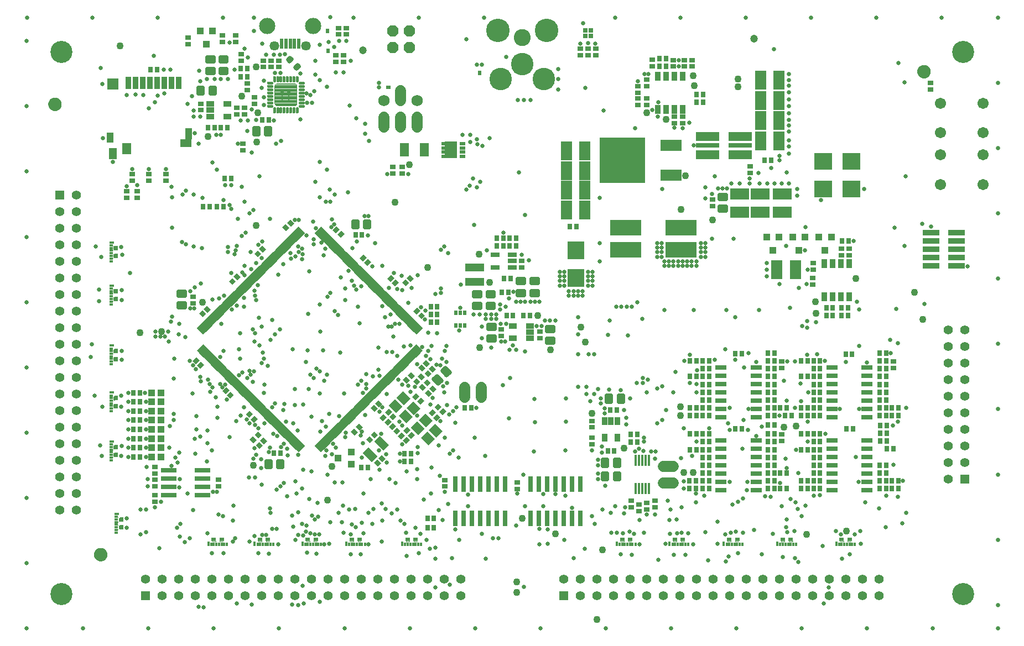
<source format=gts>
G75*
%MOIN*%
%OFA0B0*%
%FSLAX25Y25*%
%IPPOS*%
%LPD*%
%AMOC8*
5,1,8,0,0,1.08239X$1,22.5*
%
%ADD10R,0.02835X0.03228*%
%ADD11C,0.02047*%
%ADD12R,0.03228X0.02835*%
%ADD13R,0.03950X0.03950*%
%ADD14R,0.04291X0.03917*%
%ADD15R,0.04331X0.03937*%
%ADD16R,0.04311X0.03937*%
%ADD17R,0.03917X0.04291*%
%ADD18R,0.03937X0.04331*%
%ADD19R,0.03937X0.04311*%
%ADD20R,0.05630X0.06693*%
%ADD21R,0.06706X0.06706*%
%ADD22R,0.03950X0.06706*%
%ADD23R,0.03950X0.06312*%
%ADD24R,0.03556X0.07690*%
%ADD25R,0.06706X0.04737*%
%ADD26R,0.04737X0.06706*%
%ADD27C,0.09800*%
%ADD28C,0.05750*%
%ADD29R,0.02375X0.06115*%
%ADD30C,0.13300*%
%ADD31R,0.09461X0.03162*%
%ADD32R,0.04737X0.07887*%
%ADD33R,0.06902X0.03162*%
%ADD34C,0.01575*%
%ADD35R,0.01575X0.00787*%
%ADD36R,0.00787X0.01575*%
%ADD37C,0.00394*%
%ADD38C,0.02584*%
%ADD39R,0.05524X0.05524*%
%ADD40C,0.05524*%
%ADD41R,0.05524X0.01981*%
%ADD42C,0.04737*%
%ADD43C,0.03937*%
%ADD44R,0.03162X0.09461*%
%ADD45R,0.03800X0.05300*%
%ADD46R,0.14186X0.05524*%
%ADD47R,0.14186X0.03162*%
%ADD48R,0.01457X0.02756*%
%ADD49R,0.01457X0.02362*%
%ADD50R,0.01181X0.02067*%
%ADD51R,0.00886X0.00335*%
%ADD52R,0.00728X0.00354*%
%ADD53R,0.02559X0.02480*%
%ADD54R,0.05328X0.07887*%
%ADD55R,0.02700X0.02000*%
%ADD56R,0.02000X0.02700*%
%ADD57OC8,0.06800*%
%ADD58R,0.18517X0.09265*%
%ADD59R,0.07099X0.11430*%
%ADD60R,0.09855X0.10643*%
%ADD61R,0.11430X0.07099*%
%ADD62R,0.11430X0.04737*%
%ADD63R,0.05524X0.02965*%
%ADD64R,0.02244X0.02323*%
%ADD65R,0.02244X0.02165*%
%ADD66R,0.03543X0.02323*%
%ADD67R,0.03543X0.02165*%
%ADD68R,0.07493X0.10131*%
%ADD69R,0.01772X0.07087*%
%ADD70R,0.01575X0.07087*%
%ADD71C,0.06800*%
%ADD72R,0.06299X0.05512*%
%ADD73C,0.06800*%
%ADD74C,0.04343*%
%ADD75R,0.12611X0.07099*%
%ADD76R,0.27178X0.27178*%
%ADD77R,0.04528X0.03346*%
%ADD78R,0.03346X0.04528*%
%ADD79R,0.02756X0.01457*%
%ADD80R,0.02362X0.01457*%
%ADD81R,0.02067X0.01181*%
%ADD82R,0.00335X0.00886*%
%ADD83R,0.00354X0.00728*%
%ADD84R,0.02480X0.02559*%
%ADD85C,0.06706*%
%ADD86C,0.13560*%
%ADD87C,0.14150*%
%ADD88C,0.10249*%
%ADD89R,0.02283X0.03150*%
%ADD90R,0.02126X0.03150*%
%ADD91R,0.10643X0.09855*%
%ADD92R,0.02572X0.02572*%
%ADD93R,0.10249X0.03792*%
%ADD94C,0.02600*%
D10*
X0069420Y0122800D03*
X0073357Y0122800D03*
X0073357Y0128312D03*
X0069420Y0128312D03*
X0069420Y0133824D03*
X0073357Y0133824D03*
X0073357Y0139335D03*
X0069420Y0139335D03*
X0069420Y0144847D03*
X0073357Y0144847D03*
X0073357Y0150359D03*
X0069420Y0150359D03*
X0069420Y0155871D03*
X0073357Y0155871D03*
X0073357Y0161383D03*
X0069420Y0161383D03*
G36*
X0107242Y0183028D02*
X0109246Y0181024D01*
X0106964Y0178742D01*
X0104960Y0180746D01*
X0107242Y0183028D01*
G37*
G36*
X0110026Y0180244D02*
X0112030Y0178240D01*
X0109748Y0175958D01*
X0107744Y0177962D01*
X0110026Y0180244D01*
G37*
G36*
X0125254Y0164918D02*
X0127258Y0162914D01*
X0124976Y0160632D01*
X0122972Y0162636D01*
X0125254Y0164918D01*
G37*
G36*
X0128038Y0162134D02*
X0130042Y0160130D01*
X0127760Y0157848D01*
X0125756Y0159852D01*
X0128038Y0162134D01*
G37*
G36*
X0139525Y0150547D02*
X0141529Y0148543D01*
X0139247Y0146261D01*
X0137243Y0148265D01*
X0139525Y0150547D01*
G37*
G36*
X0142309Y0147764D02*
X0144313Y0145760D01*
X0142031Y0143478D01*
X0140027Y0145482D01*
X0142309Y0147764D01*
G37*
G36*
X0142291Y0136142D02*
X0144295Y0138146D01*
X0146577Y0135864D01*
X0144573Y0133860D01*
X0142291Y0136142D01*
G37*
G36*
X0139507Y0133358D02*
X0141511Y0135362D01*
X0143793Y0133080D01*
X0141789Y0131076D01*
X0139507Y0133358D01*
G37*
G36*
X0143050Y0129815D02*
X0145054Y0131819D01*
X0147336Y0129537D01*
X0145332Y0127533D01*
X0143050Y0129815D01*
G37*
G36*
X0145834Y0132599D02*
X0147838Y0134603D01*
X0150120Y0132321D01*
X0148116Y0130317D01*
X0145834Y0132599D01*
G37*
X0154066Y0125162D03*
X0158003Y0125162D03*
G36*
X0200531Y0138082D02*
X0202535Y0140086D01*
X0204817Y0137804D01*
X0202813Y0135800D01*
X0200531Y0138082D01*
G37*
G36*
X0203315Y0140866D02*
X0205319Y0142870D01*
X0207601Y0140588D01*
X0205597Y0138584D01*
X0203315Y0140866D01*
G37*
G36*
X0213872Y0133080D02*
X0211868Y0131076D01*
X0209586Y0133358D01*
X0211590Y0135362D01*
X0213872Y0133080D01*
G37*
G36*
X0216656Y0135864D02*
X0214652Y0133860D01*
X0212370Y0136142D01*
X0214374Y0138146D01*
X0216656Y0135864D01*
G37*
G36*
X0222920Y0145992D02*
X0224924Y0143988D01*
X0222642Y0141706D01*
X0220638Y0143710D01*
X0222920Y0145992D01*
G37*
G36*
X0220136Y0148776D02*
X0222140Y0146772D01*
X0219858Y0144490D01*
X0217854Y0146494D01*
X0220136Y0148776D01*
G37*
G36*
X0223007Y0147639D02*
X0221003Y0149643D01*
X0223285Y0151925D01*
X0225289Y0149921D01*
X0223007Y0147639D01*
G37*
G36*
X0225791Y0144855D02*
X0223787Y0146859D01*
X0226069Y0149141D01*
X0228073Y0147137D01*
X0225791Y0144855D01*
G37*
G36*
X0225369Y0138978D02*
X0223365Y0140982D01*
X0225647Y0143264D01*
X0227651Y0141260D01*
X0225369Y0138978D01*
G37*
G36*
X0228153Y0136194D02*
X0226149Y0138198D01*
X0228431Y0140480D01*
X0230435Y0138476D01*
X0228153Y0136194D01*
G37*
G36*
X0231159Y0137752D02*
X0233163Y0135748D01*
X0230881Y0133466D01*
X0228877Y0135470D01*
X0231159Y0137752D01*
G37*
G36*
X0234309Y0140902D02*
X0236313Y0138898D01*
X0234031Y0136616D01*
X0232027Y0138620D01*
X0234309Y0140902D01*
G37*
G36*
X0237093Y0138118D02*
X0239097Y0136114D01*
X0236815Y0133832D01*
X0234811Y0135836D01*
X0237093Y0138118D01*
G37*
G36*
X0233943Y0134968D02*
X0235947Y0132964D01*
X0233665Y0130682D01*
X0231661Y0132686D01*
X0233943Y0134968D01*
G37*
X0232806Y0124768D03*
X0236743Y0124768D03*
X0236743Y0120044D03*
X0232806Y0120044D03*
G36*
X0221380Y0121691D02*
X0219376Y0119687D01*
X0217094Y0121969D01*
X0219098Y0123973D01*
X0221380Y0121691D01*
G37*
G36*
X0218596Y0118907D02*
X0216592Y0116903D01*
X0214310Y0119185D01*
X0216314Y0121189D01*
X0218596Y0118907D01*
G37*
X0210562Y0116304D03*
X0206625Y0116304D03*
X0246585Y0085792D03*
X0250522Y0085792D03*
X0250522Y0079887D03*
X0246585Y0079887D03*
X0355247Y0126343D03*
X0359184Y0126343D03*
X0369026Y0131658D03*
X0372963Y0131658D03*
X0372963Y0136383D03*
X0369026Y0136383D03*
X0360759Y0151146D03*
X0356822Y0151146D03*
X0404853Y0152327D03*
X0408790Y0152327D03*
X0412333Y0152327D03*
X0416270Y0152327D03*
X0416270Y0147603D03*
X0412333Y0147603D03*
X0408790Y0147603D03*
X0404853Y0147603D03*
X0412333Y0157052D03*
X0416270Y0157052D03*
X0416270Y0161776D03*
X0412333Y0161776D03*
X0412333Y0166501D03*
X0416270Y0166501D03*
X0416270Y0171225D03*
X0412333Y0171225D03*
X0408790Y0171225D03*
X0404853Y0171225D03*
X0412333Y0175949D03*
X0416270Y0175949D03*
X0416270Y0180674D03*
X0412333Y0180674D03*
X0408790Y0180674D03*
X0404853Y0180674D03*
X0432019Y0185005D03*
X0435956Y0185005D03*
X0451704Y0185398D03*
X0455641Y0185398D03*
X0455641Y0180674D03*
X0451704Y0180674D03*
X0451704Y0175949D03*
X0455641Y0175949D03*
X0455641Y0171225D03*
X0451704Y0171225D03*
X0451704Y0166501D03*
X0455641Y0166501D03*
X0455641Y0161776D03*
X0451704Y0161776D03*
X0451704Y0157052D03*
X0455641Y0157052D03*
X0455641Y0152327D03*
X0459184Y0152327D03*
X0463121Y0152327D03*
X0462137Y0147603D03*
X0466074Y0147603D03*
X0471782Y0147603D03*
X0475719Y0147603D03*
X0479263Y0147603D03*
X0483200Y0147603D03*
X0483200Y0152327D03*
X0479263Y0152327D03*
X0475719Y0152327D03*
X0471782Y0152327D03*
X0479263Y0157052D03*
X0483200Y0157052D03*
X0483200Y0161776D03*
X0479263Y0161776D03*
X0479263Y0166501D03*
X0483200Y0166501D03*
X0483200Y0171225D03*
X0479263Y0171225D03*
X0475719Y0171225D03*
X0471782Y0171225D03*
X0479263Y0175949D03*
X0483200Y0175949D03*
X0483200Y0180674D03*
X0479263Y0180674D03*
X0475719Y0180674D03*
X0471782Y0180674D03*
X0498554Y0184611D03*
X0502491Y0184611D03*
X0519026Y0185398D03*
X0522963Y0185398D03*
X0522963Y0180674D03*
X0519026Y0180674D03*
X0519026Y0175949D03*
X0522963Y0175949D03*
X0522963Y0171225D03*
X0519026Y0171225D03*
X0519026Y0166501D03*
X0522963Y0166501D03*
X0522963Y0161776D03*
X0519026Y0161776D03*
X0519026Y0157052D03*
X0522963Y0157052D03*
X0522963Y0152327D03*
X0526507Y0152327D03*
X0530444Y0152327D03*
X0530444Y0147603D03*
X0526507Y0147603D03*
X0522963Y0147603D03*
X0519026Y0147603D03*
X0519026Y0152327D03*
X0519420Y0141698D03*
X0523357Y0141698D03*
X0523357Y0136973D03*
X0519420Y0136973D03*
X0519420Y0132249D03*
X0523357Y0132249D03*
X0523357Y0127524D03*
X0527294Y0127524D03*
X0522963Y0117682D03*
X0519026Y0117682D03*
X0519026Y0112957D03*
X0522963Y0112957D03*
X0522963Y0108233D03*
X0526507Y0108233D03*
X0530444Y0108233D03*
X0530444Y0103509D03*
X0526507Y0103509D03*
X0522963Y0103509D03*
X0519026Y0103509D03*
X0519026Y0108233D03*
X0483200Y0108233D03*
X0479263Y0108233D03*
X0475719Y0108233D03*
X0471782Y0108233D03*
X0471782Y0103509D03*
X0475719Y0103509D03*
X0479263Y0103509D03*
X0483200Y0103509D03*
X0483200Y0112957D03*
X0479263Y0112957D03*
X0479263Y0117682D03*
X0483200Y0117682D03*
X0483200Y0122406D03*
X0479263Y0122406D03*
X0479263Y0127131D03*
X0475719Y0127131D03*
X0471782Y0127131D03*
X0479263Y0131855D03*
X0483200Y0131855D03*
X0483200Y0127131D03*
X0483200Y0136579D03*
X0479263Y0136579D03*
X0475719Y0136579D03*
X0471782Y0136579D03*
X0455641Y0136579D03*
X0451704Y0136579D03*
X0451704Y0131855D03*
X0455641Y0131855D03*
X0455641Y0127131D03*
X0451704Y0127131D03*
X0451704Y0122406D03*
X0455641Y0122406D03*
X0455641Y0117682D03*
X0451704Y0117682D03*
X0451704Y0112957D03*
X0455641Y0112957D03*
X0459184Y0112957D03*
X0463121Y0112957D03*
X0455641Y0108233D03*
X0451704Y0108233D03*
X0451704Y0103509D03*
X0455641Y0103509D03*
X0459184Y0103509D03*
X0463121Y0103509D03*
X0416270Y0103509D03*
X0412333Y0103509D03*
X0408396Y0103509D03*
X0404459Y0103509D03*
X0404459Y0108233D03*
X0408396Y0108233D03*
X0412333Y0108233D03*
X0416270Y0108233D03*
X0416270Y0112957D03*
X0412333Y0112957D03*
X0412333Y0117682D03*
X0416270Y0117682D03*
X0416270Y0122406D03*
X0412333Y0122406D03*
X0412333Y0127131D03*
X0408790Y0127131D03*
X0404853Y0127131D03*
X0412333Y0131855D03*
X0416270Y0131855D03*
X0416270Y0127131D03*
X0416270Y0136579D03*
X0412333Y0136579D03*
X0408790Y0136579D03*
X0404853Y0136579D03*
X0432019Y0139729D03*
X0435956Y0139729D03*
X0451704Y0142091D03*
X0455641Y0142091D03*
X0455641Y0147603D03*
X0451704Y0147603D03*
X0451704Y0152327D03*
X0498948Y0139729D03*
X0502885Y0139729D03*
X0499932Y0208036D03*
X0495995Y0208036D03*
X0495995Y0212761D03*
X0499932Y0212761D03*
X0490877Y0212761D03*
X0486940Y0212761D03*
X0486940Y0208036D03*
X0490877Y0208036D03*
X0496389Y0252918D03*
X0500326Y0252918D03*
X0453672Y0301540D03*
X0449735Y0301540D03*
X0412727Y0336579D03*
X0408790Y0336579D03*
X0408790Y0341304D03*
X0412727Y0341304D03*
X0390286Y0358233D03*
X0386349Y0358233D03*
X0386349Y0362957D03*
X0390286Y0362957D03*
X0336389Y0261540D03*
X0332452Y0261540D03*
X0300129Y0254690D03*
X0296192Y0254690D03*
X0292255Y0254690D03*
X0288318Y0254690D03*
X0288318Y0249965D03*
X0292255Y0249965D03*
X0296192Y0249965D03*
X0300129Y0249965D03*
X0296585Y0230280D03*
X0292648Y0230280D03*
X0291467Y0222012D03*
X0295404Y0222012D03*
X0294223Y0208036D03*
X0298160Y0208036D03*
X0304459Y0208036D03*
X0308396Y0208036D03*
X0252491Y0208627D03*
X0248554Y0208627D03*
X0248554Y0213351D03*
X0252491Y0213351D03*
X0252491Y0203902D03*
X0248554Y0203902D03*
G36*
X0242917Y0205879D02*
X0240913Y0207883D01*
X0243195Y0210165D01*
X0245199Y0208161D01*
X0242917Y0205879D01*
G37*
G36*
X0240133Y0208663D02*
X0238129Y0210667D01*
X0240411Y0212949D01*
X0242415Y0210945D01*
X0240133Y0208663D01*
G37*
G36*
X0231239Y0227846D02*
X0233243Y0229850D01*
X0235525Y0227568D01*
X0233521Y0225564D01*
X0231239Y0227846D01*
G37*
G36*
X0227071Y0225564D02*
X0225067Y0227568D01*
X0227349Y0229850D01*
X0229353Y0227846D01*
X0227071Y0225564D01*
G37*
G36*
X0224287Y0228348D02*
X0222283Y0230352D01*
X0224565Y0232634D01*
X0226569Y0230630D01*
X0224287Y0228348D01*
G37*
G36*
X0234023Y0230630D02*
X0236027Y0232634D01*
X0238309Y0230352D01*
X0236305Y0228348D01*
X0234023Y0230630D01*
G37*
G36*
X0210535Y0237966D02*
X0208531Y0239970D01*
X0210813Y0242252D01*
X0212817Y0240248D01*
X0210535Y0237966D01*
G37*
G36*
X0207751Y0240750D02*
X0205747Y0242754D01*
X0208029Y0245036D01*
X0210033Y0243032D01*
X0207751Y0240750D01*
G37*
X0207215Y0256658D03*
X0203278Y0256658D03*
G36*
X0194573Y0259181D02*
X0196577Y0257177D01*
X0194295Y0254895D01*
X0192291Y0256899D01*
X0194573Y0259181D01*
G37*
G36*
X0191789Y0261965D02*
X0193793Y0259961D01*
X0191511Y0257679D01*
X0189507Y0259683D01*
X0191789Y0261965D01*
G37*
G36*
X0166262Y0263817D02*
X0164258Y0261813D01*
X0161976Y0264095D01*
X0163980Y0266099D01*
X0166262Y0263817D01*
G37*
G36*
X0163478Y0261033D02*
X0161474Y0259029D01*
X0159192Y0261311D01*
X0161196Y0263315D01*
X0163478Y0261033D01*
G37*
G36*
X0149333Y0247970D02*
X0147329Y0245966D01*
X0145047Y0248248D01*
X0147051Y0250252D01*
X0149333Y0247970D01*
G37*
G36*
X0146549Y0245186D02*
X0144545Y0243182D01*
X0142263Y0245464D01*
X0144267Y0247468D01*
X0146549Y0245186D01*
G37*
G36*
X0133979Y0231336D02*
X0131975Y0229332D01*
X0129693Y0231614D01*
X0131697Y0233618D01*
X0133979Y0231336D01*
G37*
G36*
X0131195Y0228552D02*
X0129191Y0226548D01*
X0126909Y0228830D01*
X0128913Y0230834D01*
X0131195Y0228552D01*
G37*
G36*
X0115967Y0211750D02*
X0113963Y0209746D01*
X0111681Y0212028D01*
X0113685Y0214032D01*
X0115967Y0211750D01*
G37*
G36*
X0113183Y0208966D02*
X0111179Y0206962D01*
X0108897Y0209244D01*
X0110901Y0211248D01*
X0113183Y0208966D01*
G37*
G36*
X0212342Y0152256D02*
X0214346Y0154260D01*
X0216628Y0151978D01*
X0214624Y0149974D01*
X0212342Y0152256D01*
G37*
G36*
X0215126Y0155039D02*
X0217130Y0157043D01*
X0219412Y0154761D01*
X0217408Y0152757D01*
X0215126Y0155039D01*
G37*
G36*
X0236116Y0168907D02*
X0234112Y0166903D01*
X0231830Y0169185D01*
X0233834Y0171189D01*
X0236116Y0168907D01*
G37*
G36*
X0238900Y0171691D02*
X0236896Y0169687D01*
X0234614Y0171969D01*
X0236618Y0173973D01*
X0238900Y0171691D01*
G37*
G36*
X0237932Y0168397D02*
X0239936Y0170401D01*
X0242218Y0168119D01*
X0240214Y0166115D01*
X0237932Y0168397D01*
G37*
G36*
X0240716Y0171181D02*
X0242720Y0173185D01*
X0245002Y0170903D01*
X0242998Y0168899D01*
X0240716Y0171181D01*
G37*
G36*
X0245368Y0176387D02*
X0243364Y0174383D01*
X0241082Y0176665D01*
X0243086Y0178669D01*
X0245368Y0176387D01*
G37*
G36*
X0248152Y0179171D02*
X0246148Y0177167D01*
X0243866Y0179449D01*
X0245870Y0181453D01*
X0248152Y0179171D01*
G37*
G36*
X0251695Y0175628D02*
X0249691Y0173624D01*
X0247409Y0175906D01*
X0249413Y0177910D01*
X0251695Y0175628D01*
G37*
G36*
X0248911Y0172844D02*
X0246907Y0170840D01*
X0244625Y0173122D01*
X0246629Y0175126D01*
X0248911Y0172844D01*
G37*
G36*
X0244260Y0167638D02*
X0246264Y0169642D01*
X0248546Y0167360D01*
X0246542Y0165356D01*
X0244260Y0167638D01*
G37*
G36*
X0241476Y0164854D02*
X0243480Y0166858D01*
X0245762Y0164576D01*
X0243758Y0162572D01*
X0241476Y0164854D01*
G37*
G36*
X0239821Y0161374D02*
X0241825Y0159370D01*
X0239543Y0157088D01*
X0237539Y0159092D01*
X0239821Y0161374D01*
G37*
G36*
X0242605Y0158590D02*
X0244609Y0156586D01*
X0242327Y0154304D01*
X0240323Y0156308D01*
X0242605Y0158590D01*
G37*
G36*
X0245019Y0161311D02*
X0247023Y0163315D01*
X0249305Y0161033D01*
X0247301Y0159029D01*
X0245019Y0161311D01*
G37*
G36*
X0247803Y0164095D02*
X0249807Y0166099D01*
X0252089Y0163817D01*
X0250085Y0161813D01*
X0247803Y0164095D01*
G37*
G36*
X0253206Y0155075D02*
X0255210Y0153071D01*
X0252928Y0150789D01*
X0250924Y0152793D01*
X0253206Y0155075D01*
G37*
G36*
X0255990Y0152291D02*
X0257994Y0150287D01*
X0255712Y0148005D01*
X0253708Y0150009D01*
X0255990Y0152291D01*
G37*
G36*
X0252447Y0148748D02*
X0254451Y0146744D01*
X0252169Y0144462D01*
X0250165Y0146466D01*
X0252447Y0148748D01*
G37*
G36*
X0249663Y0151532D02*
X0251667Y0149528D01*
X0249385Y0147246D01*
X0247381Y0149250D01*
X0249663Y0151532D01*
G37*
X0269026Y0152327D03*
X0272963Y0152327D03*
X0123554Y0273587D03*
X0119617Y0273587D03*
X0115483Y0273587D03*
X0111546Y0273587D03*
X0124341Y0290516D03*
X0128278Y0290516D03*
X0126113Y0321225D03*
X0122176Y0321225D03*
X0118239Y0321225D03*
X0114302Y0321225D03*
X0146979Y0325949D03*
X0150916Y0325949D03*
X0138121Y0352131D03*
X0134184Y0352131D03*
X0134184Y0356855D03*
X0138121Y0356855D03*
X0083593Y0356264D03*
X0079656Y0356264D03*
D11*
X0108475Y0345753D02*
X0108475Y0341579D01*
X0111467Y0341579D01*
X0111467Y0345753D01*
X0108475Y0345753D01*
X0108475Y0343822D02*
X0111467Y0343822D01*
X0111467Y0341776D02*
X0108475Y0341776D01*
X0115562Y0341776D02*
X0118554Y0341776D01*
X0118554Y0341579D02*
X0118554Y0345753D01*
X0115562Y0345753D01*
X0115562Y0341579D01*
X0118554Y0341579D01*
X0118554Y0343822D02*
X0115562Y0343822D01*
X0113790Y0353981D02*
X0117963Y0353981D01*
X0117963Y0356973D01*
X0113790Y0356973D01*
X0113790Y0353981D01*
X0113790Y0354050D02*
X0117963Y0354050D01*
X0117963Y0356096D02*
X0113790Y0356096D01*
X0113790Y0361068D02*
X0117963Y0361068D01*
X0117963Y0364060D01*
X0113790Y0364060D01*
X0113790Y0361068D01*
X0113790Y0362233D02*
X0117963Y0362233D01*
X0121664Y0362233D02*
X0125837Y0362233D01*
X0125837Y0361068D02*
X0121664Y0361068D01*
X0121664Y0364060D01*
X0125837Y0364060D01*
X0125837Y0361068D01*
X0125837Y0356973D02*
X0121664Y0356973D01*
X0121664Y0353981D01*
X0125837Y0353981D01*
X0125837Y0356973D01*
X0125837Y0356096D02*
X0121664Y0356096D01*
X0121664Y0354050D02*
X0125837Y0354050D01*
X0162313Y0362206D02*
X0163872Y0363765D01*
X0164986Y0362651D01*
X0163427Y0361092D01*
X0162313Y0362206D01*
X0162341Y0362233D02*
X0164568Y0362233D01*
X0168327Y0359311D02*
X0166768Y0357752D01*
X0167881Y0356638D01*
X0169440Y0358197D01*
X0168327Y0359311D01*
X0169385Y0358142D02*
X0167158Y0358142D01*
X0152019Y0321343D02*
X0149026Y0321343D01*
X0149026Y0317170D01*
X0152019Y0317170D01*
X0152019Y0321343D01*
X0152019Y0321318D02*
X0149026Y0321318D01*
X0149026Y0319272D02*
X0152019Y0319272D01*
X0152019Y0317227D02*
X0149026Y0317227D01*
X0144932Y0317227D02*
X0141940Y0317227D01*
X0141940Y0317170D02*
X0141940Y0321343D01*
X0144932Y0321343D01*
X0144932Y0317170D01*
X0141940Y0317170D01*
X0141940Y0319272D02*
X0144932Y0319272D01*
X0144932Y0321318D02*
X0141940Y0321318D01*
X0201782Y0265044D02*
X0201782Y0260871D01*
X0204774Y0260871D01*
X0204774Y0265044D01*
X0201782Y0265044D01*
X0201782Y0264037D02*
X0204774Y0264037D01*
X0204774Y0261991D02*
X0201782Y0261991D01*
X0208869Y0261991D02*
X0211861Y0261991D01*
X0211861Y0260871D02*
X0208869Y0260871D01*
X0208869Y0265044D01*
X0211861Y0265044D01*
X0211861Y0260871D01*
X0211861Y0264037D02*
X0208869Y0264037D01*
X0274420Y0222327D02*
X0274420Y0219335D01*
X0278593Y0219335D01*
X0278593Y0222327D01*
X0274420Y0222327D01*
X0274420Y0221076D02*
X0278593Y0221076D01*
X0282688Y0221076D02*
X0286861Y0221076D01*
X0286861Y0222327D02*
X0286861Y0219335D01*
X0282688Y0219335D01*
X0282688Y0222327D01*
X0286861Y0222327D01*
X0286861Y0215241D02*
X0282688Y0215241D01*
X0282688Y0212249D01*
X0286861Y0212249D01*
X0286861Y0215241D01*
X0286861Y0214939D02*
X0282688Y0214939D01*
X0282688Y0212893D02*
X0286861Y0212893D01*
X0278593Y0212893D02*
X0274420Y0212893D01*
X0274420Y0212249D02*
X0278593Y0212249D01*
X0278593Y0215241D01*
X0274420Y0215241D01*
X0274420Y0212249D01*
X0274420Y0214939D02*
X0278593Y0214939D01*
X0283081Y0202642D02*
X0287255Y0202642D01*
X0287255Y0199650D01*
X0283081Y0199650D01*
X0283081Y0202642D01*
X0283081Y0200619D02*
X0287255Y0200619D01*
X0287255Y0195556D02*
X0283081Y0195556D01*
X0283081Y0192564D01*
X0287255Y0192564D01*
X0287255Y0195556D01*
X0287255Y0194481D02*
X0283081Y0194481D01*
X0260286Y0173707D02*
X0257335Y0176658D01*
X0255219Y0174542D01*
X0258170Y0171591D01*
X0260286Y0173707D01*
X0259969Y0174024D02*
X0255737Y0174024D01*
X0256747Y0176070D02*
X0257923Y0176070D01*
X0257783Y0171978D02*
X0258557Y0171978D01*
X0255275Y0168696D02*
X0252324Y0171647D01*
X0250208Y0169531D01*
X0253159Y0166580D01*
X0255275Y0168696D01*
X0254466Y0167887D02*
X0251852Y0167887D01*
X0250609Y0169932D02*
X0254038Y0169932D01*
X0318515Y0191383D02*
X0322688Y0191383D01*
X0322688Y0194375D01*
X0318515Y0194375D01*
X0318515Y0191383D01*
X0318515Y0192436D02*
X0322688Y0192436D01*
X0322688Y0198469D02*
X0322688Y0201461D01*
X0318515Y0201461D01*
X0318515Y0198469D01*
X0322688Y0198469D01*
X0322688Y0198573D02*
X0318515Y0198573D01*
X0318515Y0200619D02*
X0322688Y0200619D01*
X0313239Y0220123D02*
X0309066Y0220123D01*
X0309066Y0223115D01*
X0313239Y0223115D01*
X0313239Y0220123D01*
X0313239Y0221076D02*
X0309066Y0221076D01*
X0304971Y0221076D02*
X0300798Y0221076D01*
X0300798Y0220123D02*
X0304971Y0220123D01*
X0304971Y0223115D01*
X0300798Y0223115D01*
X0300798Y0220123D01*
X0300798Y0227209D02*
X0304971Y0227209D01*
X0304971Y0230201D01*
X0300798Y0230201D01*
X0300798Y0227209D01*
X0300798Y0227213D02*
X0304971Y0227213D01*
X0304971Y0229259D02*
X0300798Y0229259D01*
X0309066Y0229259D02*
X0313239Y0229259D01*
X0313239Y0230201D02*
X0313239Y0227209D01*
X0309066Y0227209D01*
X0309066Y0230201D01*
X0313239Y0230201D01*
X0313239Y0227213D02*
X0309066Y0227213D01*
X0354538Y0159926D02*
X0354538Y0155753D01*
X0357530Y0155753D01*
X0357530Y0159926D01*
X0354538Y0159926D01*
X0354538Y0159704D02*
X0357530Y0159704D01*
X0357530Y0157658D02*
X0354538Y0157658D01*
X0361625Y0157658D02*
X0364617Y0157658D01*
X0364617Y0155753D02*
X0364617Y0159926D01*
X0361625Y0159926D01*
X0361625Y0155753D01*
X0364617Y0155753D01*
X0364617Y0159704D02*
X0361625Y0159704D01*
X0362255Y0121343D02*
X0359263Y0121343D01*
X0359263Y0117170D01*
X0362255Y0117170D01*
X0362255Y0121343D01*
X0362255Y0120834D02*
X0359263Y0120834D01*
X0359263Y0118788D02*
X0362255Y0118788D01*
X0355168Y0118788D02*
X0352176Y0118788D01*
X0352176Y0117170D02*
X0352176Y0121343D01*
X0355168Y0121343D01*
X0355168Y0117170D01*
X0352176Y0117170D01*
X0352176Y0120834D02*
X0355168Y0120834D01*
X0355168Y0113075D02*
X0352176Y0113075D01*
X0352176Y0108902D01*
X0355168Y0108902D01*
X0355168Y0113075D01*
X0355168Y0112651D02*
X0352176Y0112651D01*
X0352176Y0110605D02*
X0355168Y0110605D01*
X0359263Y0110605D02*
X0362255Y0110605D01*
X0362255Y0108902D02*
X0362255Y0113075D01*
X0359263Y0113075D01*
X0359263Y0108902D01*
X0362255Y0108902D01*
X0362255Y0112651D02*
X0359263Y0112651D01*
X0159499Y0116284D02*
X0159499Y0120457D01*
X0156507Y0120457D01*
X0156507Y0116284D01*
X0159499Y0116284D01*
X0159499Y0116743D02*
X0156507Y0116743D01*
X0156507Y0118788D02*
X0159499Y0118788D01*
X0152412Y0118788D02*
X0149420Y0118788D01*
X0149420Y0120457D02*
X0149420Y0116284D01*
X0152412Y0116284D01*
X0152412Y0120457D01*
X0149420Y0120457D01*
X0149420Y0116743D02*
X0152412Y0116743D01*
X0100641Y0212642D02*
X0096467Y0212642D01*
X0096467Y0215635D01*
X0100641Y0215635D01*
X0100641Y0212642D01*
X0100641Y0212893D02*
X0096467Y0212893D01*
X0096467Y0214939D02*
X0100641Y0214939D01*
X0100641Y0219729D02*
X0096467Y0219729D01*
X0096467Y0222721D01*
X0100641Y0222721D01*
X0100641Y0219729D01*
X0100641Y0221076D02*
X0096467Y0221076D01*
X0422452Y0270910D02*
X0426625Y0270910D01*
X0426625Y0273902D01*
X0422452Y0273902D01*
X0422452Y0270910D01*
X0422452Y0272220D02*
X0426625Y0272220D01*
X0426625Y0277997D02*
X0422452Y0277997D01*
X0422452Y0280989D01*
X0426625Y0280989D01*
X0426625Y0277997D01*
X0426625Y0278357D02*
X0422452Y0278357D01*
X0422452Y0280403D02*
X0426625Y0280403D01*
D12*
X0418239Y0277918D03*
X0418239Y0273981D03*
X0441074Y0294060D03*
X0441074Y0297997D03*
X0400522Y0323981D03*
X0400522Y0327918D03*
X0395404Y0327918D03*
X0395404Y0323981D03*
X0378869Y0335005D03*
X0378869Y0338942D03*
X0373357Y0338942D03*
X0373357Y0342485D03*
X0373357Y0346422D03*
X0378869Y0346422D03*
X0378869Y0350359D03*
X0381979Y0358469D03*
X0381979Y0362406D03*
X0394617Y0362170D03*
X0394617Y0358233D03*
X0401310Y0358233D03*
X0401310Y0362170D03*
X0406034Y0362170D03*
X0406034Y0358233D03*
X0373357Y0335005D03*
X0348160Y0365123D03*
X0348160Y0369060D03*
X0343436Y0369060D03*
X0343436Y0365123D03*
X0338711Y0365123D03*
X0338711Y0369060D03*
X0231231Y0297603D03*
X0231231Y0293666D03*
X0225719Y0293666D03*
X0225719Y0297603D03*
X0142452Y0335595D03*
X0142452Y0339532D03*
X0138121Y0344060D03*
X0138121Y0347997D03*
X0147767Y0357839D03*
X0147767Y0361776D03*
X0152491Y0361776D03*
X0152491Y0357839D03*
X0157215Y0357839D03*
X0157215Y0361776D03*
X0134381Y0361776D03*
X0134381Y0365713D03*
X0131034Y0372997D03*
X0131034Y0376934D03*
X0123160Y0376934D03*
X0123160Y0372997D03*
X0102491Y0371619D03*
X0102491Y0375556D03*
X0109971Y0335792D03*
X0109971Y0331855D03*
X0131625Y0333430D03*
X0131625Y0329493D03*
X0136349Y0329493D03*
X0136349Y0333430D03*
X0135365Y0311579D03*
X0135365Y0307642D03*
X0089105Y0293272D03*
X0089105Y0289335D03*
X0078869Y0289335D03*
X0078869Y0293272D03*
X0068633Y0293272D03*
X0068633Y0289335D03*
X0071782Y0283036D03*
X0071782Y0279099D03*
X0065483Y0279099D03*
X0065483Y0283036D03*
X0105247Y0219257D03*
X0105247Y0215320D03*
X0082412Y0116698D03*
X0082412Y0112761D03*
X0082412Y0109020D03*
X0082412Y0105083D03*
X0082412Y0099572D03*
X0082412Y0095635D03*
X0120601Y0105083D03*
X0120601Y0109020D03*
X0257019Y0108824D03*
X0257019Y0104887D03*
X0300719Y0103312D03*
X0300719Y0107249D03*
X0345798Y0130280D03*
X0345798Y0134217D03*
X0345798Y0140516D03*
X0345798Y0144453D03*
X0369420Y0096422D03*
X0369420Y0092485D03*
X0374144Y0094060D03*
X0374144Y0090123D03*
X0378869Y0091107D03*
X0378869Y0095044D03*
X0383593Y0096422D03*
X0383593Y0092485D03*
X0459971Y0132249D03*
X0459971Y0136186D03*
X0459971Y0176343D03*
X0459971Y0180280D03*
X0527294Y0180280D03*
X0527294Y0176343D03*
X0478869Y0226737D03*
X0478869Y0230674D03*
X0479066Y0235595D03*
X0479066Y0239532D03*
X0495995Y0244257D03*
X0495995Y0248194D03*
X0500719Y0248194D03*
X0500719Y0244257D03*
X0549735Y0344257D03*
X0549735Y0348194D03*
X0303278Y0240910D03*
X0303278Y0236973D03*
X0291074Y0199572D03*
X0291074Y0195635D03*
X0314499Y0194453D03*
X0314499Y0198390D03*
X0196192Y0360989D03*
X0196192Y0364926D03*
X0191467Y0364926D03*
X0191467Y0360989D03*
X0193042Y0377524D03*
X0193042Y0381461D03*
X0197767Y0381461D03*
X0197767Y0377524D03*
D13*
X0086152Y0161383D03*
X0086152Y0155871D03*
X0086152Y0150359D03*
X0080247Y0150359D03*
X0080247Y0155871D03*
X0080247Y0161383D03*
X0080247Y0144847D03*
X0080247Y0139335D03*
X0086152Y0139335D03*
X0086152Y0144847D03*
X0086152Y0133824D03*
X0086152Y0128312D03*
X0086152Y0122800D03*
X0080247Y0122800D03*
X0080247Y0128312D03*
X0080247Y0133824D03*
D14*
X0200719Y0118262D03*
D15*
X0200700Y0125772D03*
D16*
X0192835Y0122012D03*
D17*
X0458406Y0255280D03*
X0474154Y0255280D03*
X0489902Y0255280D03*
X0117068Y0379690D03*
D18*
X0109558Y0379670D03*
X0450896Y0255261D03*
X0466644Y0255261D03*
X0482393Y0255261D03*
D19*
X0486152Y0247396D03*
X0470404Y0247396D03*
X0454656Y0247396D03*
X0113318Y0371806D03*
D20*
X0065365Y0308725D03*
D21*
X0056893Y0347741D03*
D22*
X0102562Y0317820D03*
D23*
X0055515Y0315261D03*
D24*
X0066538Y0348233D03*
X0070869Y0348233D03*
X0075200Y0348233D03*
X0079530Y0348233D03*
X0083861Y0348233D03*
X0088192Y0348233D03*
X0092522Y0348233D03*
X0096853Y0348233D03*
D25*
X0101184Y0311914D03*
D26*
X0057089Y0305713D03*
D27*
X0150089Y0382642D03*
X0177727Y0382642D03*
D28*
X0173456Y0370831D03*
X0154361Y0370831D03*
D29*
X0158790Y0372111D03*
X0161349Y0372111D03*
X0163908Y0372111D03*
X0166467Y0372111D03*
X0169026Y0372111D03*
D30*
X0026113Y0366894D03*
X0026113Y0040123D03*
X0569420Y0040123D03*
X0569420Y0366894D03*
D31*
X0111152Y0114552D03*
X0111152Y0109552D03*
X0111152Y0104552D03*
X0111152Y0099552D03*
X0090680Y0099552D03*
X0090680Y0104552D03*
X0090680Y0109552D03*
X0090680Y0114552D03*
D32*
G36*
X0216465Y0122931D02*
X0213116Y0119582D01*
X0207541Y0125157D01*
X0210890Y0128506D01*
X0216465Y0122931D01*
G37*
G36*
X0223425Y0129891D02*
X0220076Y0126542D01*
X0214501Y0132117D01*
X0217850Y0135466D01*
X0223425Y0129891D01*
G37*
D33*
X0423357Y0127682D03*
X0423357Y0132682D03*
X0423357Y0122682D03*
X0423357Y0117682D03*
X0423357Y0112682D03*
X0423357Y0107682D03*
X0423357Y0102682D03*
X0444617Y0102682D03*
X0444617Y0107682D03*
X0444617Y0112682D03*
X0444617Y0117682D03*
X0444617Y0122682D03*
X0444617Y0127682D03*
X0444617Y0132682D03*
X0444617Y0146776D03*
X0444617Y0151776D03*
X0444617Y0156776D03*
X0444617Y0161776D03*
X0444617Y0166776D03*
X0444617Y0171776D03*
X0444617Y0176776D03*
X0423357Y0176776D03*
X0423357Y0171776D03*
X0423357Y0166776D03*
X0423357Y0161776D03*
X0423357Y0156776D03*
X0423357Y0151776D03*
X0423357Y0146776D03*
X0490286Y0146776D03*
X0490286Y0151776D03*
X0490286Y0156776D03*
X0490286Y0161776D03*
X0490286Y0166776D03*
X0490286Y0171776D03*
X0490286Y0176776D03*
X0511546Y0176776D03*
X0511546Y0171776D03*
X0511546Y0166776D03*
X0511546Y0161776D03*
X0511546Y0156776D03*
X0511546Y0151776D03*
X0511546Y0146776D03*
X0511546Y0132682D03*
X0511546Y0127682D03*
X0511546Y0122682D03*
X0511546Y0117682D03*
X0511546Y0112682D03*
X0511546Y0107682D03*
X0511546Y0102682D03*
X0490286Y0102682D03*
X0490286Y0107682D03*
X0490286Y0112682D03*
X0490286Y0117682D03*
X0490286Y0122682D03*
X0490286Y0127682D03*
X0490286Y0132682D03*
D34*
X0168042Y0330871D02*
X0168042Y0332839D01*
X0166074Y0332839D02*
X0166074Y0330871D01*
X0164105Y0330871D02*
X0164105Y0332839D01*
X0162137Y0332839D02*
X0162137Y0330871D01*
X0160168Y0330871D02*
X0160168Y0332839D01*
X0158200Y0332839D02*
X0158200Y0330871D01*
X0156231Y0330871D02*
X0156231Y0332839D01*
X0154263Y0332839D02*
X0154263Y0330871D01*
X0152688Y0334414D02*
X0150719Y0334414D01*
X0150719Y0336383D02*
X0152688Y0336383D01*
X0152688Y0338351D02*
X0150719Y0338351D01*
X0150719Y0340320D02*
X0152688Y0340320D01*
X0152688Y0342288D02*
X0150719Y0342288D01*
X0150719Y0344257D02*
X0152688Y0344257D01*
X0152688Y0346225D02*
X0150719Y0346225D01*
X0150719Y0348194D02*
X0152688Y0348194D01*
X0154263Y0349768D02*
X0154263Y0351737D01*
X0156231Y0351737D02*
X0156231Y0349768D01*
X0158200Y0349768D02*
X0158200Y0351737D01*
X0160168Y0351737D02*
X0160168Y0349768D01*
X0162137Y0349768D02*
X0162137Y0351737D01*
X0164105Y0351737D02*
X0164105Y0349768D01*
X0166074Y0349768D02*
X0166074Y0351737D01*
X0168042Y0351737D02*
X0168042Y0349768D01*
X0169617Y0348194D02*
X0171585Y0348194D01*
X0171585Y0346225D02*
X0169617Y0346225D01*
X0169617Y0344257D02*
X0171585Y0344257D01*
X0171585Y0342288D02*
X0169617Y0342288D01*
X0169617Y0340320D02*
X0171585Y0340320D01*
X0171585Y0338351D02*
X0169617Y0338351D01*
X0169617Y0336383D02*
X0171585Y0336383D01*
X0171585Y0334414D02*
X0169617Y0334414D01*
D35*
X0168042Y0330477D03*
X0166074Y0330477D03*
X0164105Y0330477D03*
X0162137Y0330477D03*
X0160168Y0330477D03*
X0158200Y0330477D03*
X0156231Y0330477D03*
X0154263Y0330477D03*
X0154263Y0352131D03*
X0156231Y0352131D03*
X0158200Y0352131D03*
X0160168Y0352131D03*
X0162137Y0352131D03*
X0164105Y0352131D03*
X0166074Y0352131D03*
X0168042Y0352131D03*
D36*
X0171979Y0348194D03*
X0171979Y0346225D03*
X0171979Y0344257D03*
X0171979Y0342288D03*
X0171979Y0340320D03*
X0171979Y0338351D03*
X0171979Y0336383D03*
X0171979Y0334414D03*
X0150326Y0334414D03*
X0150326Y0336383D03*
X0150326Y0338351D03*
X0150326Y0340320D03*
X0150326Y0342288D03*
X0150326Y0344257D03*
X0150326Y0346225D03*
X0150326Y0348194D03*
D37*
X0154573Y0346847D02*
X0154538Y0346540D01*
X0154538Y0336068D01*
X0154573Y0335761D01*
X0154675Y0335470D01*
X0154839Y0335208D01*
X0155057Y0334990D01*
X0155318Y0334826D01*
X0155610Y0334724D01*
X0155916Y0334690D01*
X0166389Y0334690D01*
X0166695Y0334724D01*
X0166986Y0334826D01*
X0167248Y0334990D01*
X0167466Y0335208D01*
X0167630Y0335470D01*
X0167732Y0335761D01*
X0167767Y0336068D01*
X0167767Y0346540D01*
X0167732Y0346847D01*
X0167630Y0347138D01*
X0167466Y0347399D01*
X0167248Y0347617D01*
X0166986Y0347782D01*
X0166695Y0347883D01*
X0166389Y0347918D01*
X0155916Y0347918D01*
X0155610Y0347883D01*
X0155318Y0347782D01*
X0155057Y0347617D01*
X0154839Y0347399D01*
X0154675Y0347138D01*
X0154573Y0346847D01*
X0154561Y0346743D02*
X0167744Y0346743D01*
X0167767Y0346351D02*
X0154538Y0346351D01*
X0154538Y0345959D02*
X0167767Y0345959D01*
X0167767Y0345567D02*
X0154538Y0345567D01*
X0154538Y0345174D02*
X0167767Y0345174D01*
X0167767Y0344782D02*
X0154538Y0344782D01*
X0154538Y0344390D02*
X0167767Y0344390D01*
X0167767Y0343998D02*
X0154538Y0343998D01*
X0154538Y0343606D02*
X0167767Y0343606D01*
X0167767Y0343213D02*
X0154538Y0343213D01*
X0154538Y0342821D02*
X0167767Y0342821D01*
X0167767Y0342429D02*
X0154538Y0342429D01*
X0154538Y0342037D02*
X0167767Y0342037D01*
X0167767Y0341645D02*
X0154538Y0341645D01*
X0154538Y0341252D02*
X0167767Y0341252D01*
X0167767Y0340860D02*
X0154538Y0340860D01*
X0154538Y0340468D02*
X0167767Y0340468D01*
X0167767Y0340076D02*
X0154538Y0340076D01*
X0154538Y0339683D02*
X0167767Y0339683D01*
X0167767Y0339291D02*
X0154538Y0339291D01*
X0154538Y0338899D02*
X0167767Y0338899D01*
X0167767Y0338507D02*
X0154538Y0338507D01*
X0154538Y0338115D02*
X0167767Y0338115D01*
X0167767Y0337722D02*
X0154538Y0337722D01*
X0154538Y0337330D02*
X0167767Y0337330D01*
X0167767Y0336938D02*
X0154538Y0336938D01*
X0154538Y0336546D02*
X0167767Y0336546D01*
X0167767Y0336154D02*
X0154538Y0336154D01*
X0154573Y0335761D02*
X0167732Y0335761D01*
X0167567Y0335369D02*
X0154738Y0335369D01*
X0155078Y0334977D02*
X0167226Y0334977D01*
X0167631Y0347135D02*
X0154674Y0347135D01*
X0154967Y0347528D02*
X0167337Y0347528D01*
X0057885Y0249887D02*
X0057511Y0249512D01*
X0057511Y0247879D01*
X0057668Y0247721D01*
X0057648Y0247721D02*
X0057963Y0247721D01*
X0057806Y0247918D02*
X0057806Y0249729D01*
X0057019Y0250142D02*
X0056841Y0249965D01*
X0056743Y0247524D02*
X0057019Y0247249D01*
X0057019Y0245595D02*
X0056743Y0245320D01*
X0057511Y0244965D02*
X0057511Y0243331D01*
X0057885Y0242957D01*
X0057806Y0243233D02*
X0057806Y0245044D01*
X0057904Y0245123D02*
X0057688Y0245123D01*
X0057511Y0244965D01*
X0056841Y0242879D02*
X0057019Y0242701D01*
X0057019Y0224158D02*
X0056841Y0223981D01*
X0057511Y0223528D02*
X0057885Y0223902D01*
X0057806Y0223745D02*
X0057806Y0221934D01*
X0057668Y0221737D02*
X0057511Y0221894D01*
X0057511Y0223528D01*
X0057648Y0221737D02*
X0057963Y0221737D01*
X0057019Y0221264D02*
X0056743Y0221540D01*
X0057019Y0219611D02*
X0056743Y0219335D01*
X0057511Y0218981D02*
X0057511Y0217347D01*
X0057885Y0216973D01*
X0057806Y0217249D02*
X0057806Y0219060D01*
X0057904Y0219138D02*
X0057688Y0219138D01*
X0057511Y0218981D01*
X0056841Y0216894D02*
X0057019Y0216717D01*
X0057019Y0187938D02*
X0056841Y0187761D01*
X0057511Y0187308D02*
X0057885Y0187682D01*
X0057806Y0187524D02*
X0057806Y0185713D01*
X0057668Y0185516D02*
X0057511Y0185674D01*
X0057511Y0187308D01*
X0057648Y0185516D02*
X0057963Y0185516D01*
X0057019Y0185044D02*
X0056743Y0185320D01*
X0057019Y0183390D02*
X0056743Y0183115D01*
X0057511Y0182761D02*
X0057511Y0181127D01*
X0057885Y0180753D01*
X0057806Y0181028D02*
X0057806Y0182839D01*
X0057904Y0182918D02*
X0057688Y0182918D01*
X0057511Y0182761D01*
X0056841Y0180674D02*
X0057019Y0180497D01*
X0057019Y0159591D02*
X0056841Y0159414D01*
X0057511Y0158961D02*
X0057885Y0159335D01*
X0057806Y0159178D02*
X0057806Y0157367D01*
X0057668Y0157170D02*
X0057511Y0157327D01*
X0057511Y0158961D01*
X0057648Y0157170D02*
X0057963Y0157170D01*
X0057019Y0156698D02*
X0056743Y0156973D01*
X0057019Y0155044D02*
X0056743Y0154768D01*
X0057511Y0154414D02*
X0057511Y0152780D01*
X0057885Y0152406D01*
X0057806Y0152682D02*
X0057806Y0154493D01*
X0057904Y0154572D02*
X0057688Y0154572D01*
X0057511Y0154414D01*
X0056841Y0152327D02*
X0057019Y0152150D01*
X0057019Y0130064D02*
X0056841Y0129887D01*
X0057511Y0129434D02*
X0057885Y0129808D01*
X0057806Y0129650D02*
X0057806Y0127839D01*
X0057668Y0127642D02*
X0057511Y0127800D01*
X0057511Y0129434D01*
X0057648Y0127642D02*
X0057963Y0127642D01*
X0057019Y0127170D02*
X0056743Y0127446D01*
X0057019Y0125516D02*
X0056743Y0125241D01*
X0057511Y0124887D02*
X0057511Y0123253D01*
X0057885Y0122879D01*
X0057806Y0123154D02*
X0057806Y0124965D01*
X0057904Y0125044D02*
X0057688Y0125044D01*
X0057511Y0124887D01*
X0056841Y0122800D02*
X0057019Y0122623D01*
X0060168Y0086363D02*
X0059991Y0086186D01*
X0060660Y0085733D02*
X0061034Y0086107D01*
X0060956Y0085949D02*
X0060956Y0084138D01*
X0060818Y0083942D02*
X0060660Y0084099D01*
X0060660Y0085733D01*
X0060798Y0083942D02*
X0061113Y0083942D01*
X0060168Y0083469D02*
X0059893Y0083745D01*
X0060168Y0081816D02*
X0059893Y0081540D01*
X0060660Y0081186D02*
X0060660Y0079552D01*
X0061034Y0079178D01*
X0060956Y0079453D02*
X0060956Y0081264D01*
X0061054Y0081343D02*
X0060837Y0081343D01*
X0060660Y0081186D01*
X0059991Y0079099D02*
X0060168Y0078922D01*
X0116487Y0071028D02*
X0116664Y0070851D01*
X0117117Y0071520D02*
X0116743Y0071894D01*
X0116900Y0071816D02*
X0118711Y0071816D01*
X0118908Y0071678D02*
X0118751Y0071520D01*
X0117117Y0071520D01*
X0118908Y0071658D02*
X0118908Y0071973D01*
X0119381Y0071028D02*
X0119105Y0070753D01*
X0121034Y0071028D02*
X0121310Y0070753D01*
X0121664Y0071520D02*
X0123298Y0071520D01*
X0123672Y0071894D01*
X0123396Y0071816D02*
X0121585Y0071816D01*
X0121507Y0071914D02*
X0121507Y0071698D01*
X0121664Y0071520D01*
X0123751Y0070851D02*
X0123928Y0071028D01*
X0144440Y0071028D02*
X0144617Y0070851D01*
X0145070Y0071520D02*
X0144696Y0071894D01*
X0144853Y0071816D02*
X0146664Y0071816D01*
X0146861Y0071678D02*
X0146704Y0071520D01*
X0145070Y0071520D01*
X0146861Y0071658D02*
X0146861Y0071973D01*
X0147333Y0071028D02*
X0147058Y0070753D01*
X0148987Y0071028D02*
X0149263Y0070753D01*
X0149617Y0071520D02*
X0151251Y0071520D01*
X0151625Y0071894D01*
X0151349Y0071816D02*
X0149538Y0071816D01*
X0149459Y0071914D02*
X0149459Y0071698D01*
X0149617Y0071520D01*
X0151704Y0070851D02*
X0151881Y0071028D01*
X0173180Y0071028D02*
X0173357Y0070851D01*
X0173810Y0071520D02*
X0173436Y0071894D01*
X0173593Y0071816D02*
X0175404Y0071816D01*
X0175601Y0071678D02*
X0175444Y0071520D01*
X0173810Y0071520D01*
X0175601Y0071658D02*
X0175601Y0071973D01*
X0176074Y0071028D02*
X0175798Y0070753D01*
X0177727Y0071028D02*
X0178003Y0070753D01*
X0178357Y0071520D02*
X0178200Y0071698D01*
X0178200Y0071914D01*
X0178278Y0071816D02*
X0180089Y0071816D01*
X0180365Y0071894D02*
X0179991Y0071520D01*
X0178357Y0071520D01*
X0180444Y0070851D02*
X0180621Y0071028D01*
X0199558Y0071028D02*
X0199735Y0070851D01*
X0200188Y0071520D02*
X0199814Y0071894D01*
X0199971Y0071816D02*
X0201782Y0071816D01*
X0201979Y0071678D02*
X0201822Y0071520D01*
X0200188Y0071520D01*
X0201979Y0071658D02*
X0201979Y0071973D01*
X0202452Y0071028D02*
X0202176Y0070753D01*
X0204105Y0071028D02*
X0204381Y0070753D01*
X0204735Y0071520D02*
X0204578Y0071698D01*
X0204578Y0071914D01*
X0204656Y0071816D02*
X0206467Y0071816D01*
X0206743Y0071894D02*
X0206369Y0071520D01*
X0204735Y0071520D01*
X0206822Y0070851D02*
X0206999Y0071028D01*
X0233416Y0071028D02*
X0233593Y0070851D01*
X0234046Y0071520D02*
X0233672Y0071894D01*
X0233830Y0071816D02*
X0235641Y0071816D01*
X0235837Y0071678D02*
X0235680Y0071520D01*
X0234046Y0071520D01*
X0235837Y0071658D02*
X0235837Y0071973D01*
X0236310Y0071028D02*
X0236034Y0070753D01*
X0237963Y0071028D02*
X0238239Y0070753D01*
X0238593Y0071520D02*
X0240227Y0071520D01*
X0240601Y0071894D01*
X0240326Y0071816D02*
X0238515Y0071816D01*
X0238436Y0071914D02*
X0238436Y0071698D01*
X0238593Y0071520D01*
X0240680Y0070851D02*
X0240857Y0071028D01*
X0362550Y0071028D02*
X0362727Y0070851D01*
X0363180Y0071520D02*
X0362806Y0071894D01*
X0362963Y0071816D02*
X0364774Y0071816D01*
X0364971Y0071678D02*
X0364814Y0071520D01*
X0363180Y0071520D01*
X0364971Y0071658D02*
X0364971Y0071973D01*
X0365444Y0071028D02*
X0365168Y0070753D01*
X0367097Y0071028D02*
X0367373Y0070753D01*
X0367727Y0071520D02*
X0369361Y0071520D01*
X0369735Y0071894D01*
X0369459Y0071816D02*
X0367648Y0071816D01*
X0367570Y0071914D02*
X0367570Y0071698D01*
X0367727Y0071520D01*
X0369814Y0070851D02*
X0369991Y0071028D01*
X0394440Y0071028D02*
X0394617Y0070851D01*
X0395070Y0071520D02*
X0394696Y0071894D01*
X0394853Y0071816D02*
X0396664Y0071816D01*
X0396861Y0071678D02*
X0396704Y0071520D01*
X0395070Y0071520D01*
X0396861Y0071658D02*
X0396861Y0071973D01*
X0397333Y0071028D02*
X0397058Y0070753D01*
X0398987Y0071028D02*
X0399263Y0070753D01*
X0399617Y0071520D02*
X0401251Y0071520D01*
X0401625Y0071894D01*
X0401349Y0071816D02*
X0399538Y0071816D01*
X0399459Y0071914D02*
X0399459Y0071698D01*
X0399617Y0071520D01*
X0401704Y0070851D02*
X0401881Y0071028D01*
X0427117Y0071028D02*
X0427294Y0070851D01*
X0427747Y0071520D02*
X0427373Y0071894D01*
X0427530Y0071816D02*
X0429341Y0071816D01*
X0429538Y0071678D02*
X0429381Y0071520D01*
X0427747Y0071520D01*
X0429538Y0071658D02*
X0429538Y0071973D01*
X0430011Y0071028D02*
X0429735Y0070753D01*
X0431664Y0071028D02*
X0431940Y0070753D01*
X0432294Y0071520D02*
X0433928Y0071520D01*
X0434302Y0071894D01*
X0434026Y0071816D02*
X0432215Y0071816D01*
X0432137Y0071914D02*
X0432137Y0071698D01*
X0432294Y0071520D01*
X0434381Y0070851D02*
X0434558Y0071028D01*
X0459400Y0071028D02*
X0459578Y0070851D01*
X0460030Y0071520D02*
X0459656Y0071894D01*
X0459814Y0071816D02*
X0461625Y0071816D01*
X0461822Y0071678D02*
X0461664Y0071520D01*
X0460030Y0071520D01*
X0461822Y0071658D02*
X0461822Y0071973D01*
X0462294Y0071028D02*
X0462019Y0070753D01*
X0463948Y0071028D02*
X0464223Y0070753D01*
X0464578Y0071520D02*
X0466211Y0071520D01*
X0466585Y0071894D01*
X0466310Y0071816D02*
X0464499Y0071816D01*
X0464420Y0071914D02*
X0464420Y0071698D01*
X0464578Y0071520D01*
X0466664Y0070851D02*
X0466841Y0071028D01*
X0494833Y0071028D02*
X0495011Y0070851D01*
X0495463Y0071520D02*
X0495089Y0071894D01*
X0495247Y0071816D02*
X0497058Y0071816D01*
X0497255Y0071678D02*
X0497097Y0071520D01*
X0495463Y0071520D01*
X0497255Y0071658D02*
X0497255Y0071973D01*
X0497727Y0071028D02*
X0497452Y0070753D01*
X0499381Y0071028D02*
X0499656Y0070753D01*
X0500011Y0071520D02*
X0501644Y0071520D01*
X0502019Y0071894D01*
X0501743Y0071816D02*
X0499932Y0071816D01*
X0499853Y0071914D02*
X0499853Y0071698D01*
X0500011Y0071520D01*
X0502097Y0070851D02*
X0502274Y0071028D01*
D38*
X0305247Y0092879D03*
X0293830Y0213351D03*
X0350522Y0240516D03*
X0350522Y0251737D03*
X0418042Y0254296D03*
X0431034Y0254296D03*
X0301704Y0294453D03*
X0228475Y0223981D03*
X0130444Y0356264D03*
D39*
X0025050Y0280792D03*
X0076782Y0039060D03*
X0328751Y0039060D03*
X0570483Y0109296D03*
D40*
X0560483Y0109296D03*
X0560483Y0119296D03*
X0560483Y0129296D03*
X0570483Y0129296D03*
X0570483Y0119296D03*
X0570483Y0139296D03*
X0560483Y0139296D03*
X0560483Y0149296D03*
X0570483Y0149296D03*
X0570483Y0159296D03*
X0560483Y0159296D03*
X0560483Y0169296D03*
X0570483Y0169296D03*
X0570483Y0179296D03*
X0560483Y0179296D03*
X0560483Y0189296D03*
X0570483Y0189296D03*
X0570483Y0199296D03*
X0560483Y0199296D03*
X0518751Y0049060D03*
X0508751Y0049060D03*
X0498751Y0049060D03*
X0488751Y0049060D03*
X0478751Y0049060D03*
X0468751Y0049060D03*
X0458751Y0049060D03*
X0448751Y0049060D03*
X0438751Y0049060D03*
X0428751Y0049060D03*
X0418751Y0049060D03*
X0408751Y0049060D03*
X0398751Y0049060D03*
X0388751Y0049060D03*
X0378751Y0049060D03*
X0368751Y0049060D03*
X0358751Y0049060D03*
X0348751Y0049060D03*
X0338751Y0049060D03*
X0328751Y0049060D03*
X0338751Y0039060D03*
X0348751Y0039060D03*
X0358751Y0039060D03*
X0368751Y0039060D03*
X0378751Y0039060D03*
X0388751Y0039060D03*
X0398751Y0039060D03*
X0408751Y0039060D03*
X0418751Y0039060D03*
X0428751Y0039060D03*
X0438751Y0039060D03*
X0448751Y0039060D03*
X0458751Y0039060D03*
X0468751Y0039060D03*
X0478751Y0039060D03*
X0488751Y0039060D03*
X0498751Y0039060D03*
X0508751Y0039060D03*
X0518751Y0039060D03*
X0266782Y0039060D03*
X0256782Y0039060D03*
X0246782Y0039060D03*
X0236782Y0039060D03*
X0226782Y0039060D03*
X0216782Y0039060D03*
X0206782Y0039060D03*
X0196782Y0039060D03*
X0186782Y0039060D03*
X0176782Y0039060D03*
X0166782Y0039060D03*
X0156782Y0039060D03*
X0146782Y0039060D03*
X0136782Y0039060D03*
X0126782Y0039060D03*
X0116782Y0039060D03*
X0106782Y0039060D03*
X0096782Y0039060D03*
X0086782Y0039060D03*
X0086782Y0049060D03*
X0096782Y0049060D03*
X0106782Y0049060D03*
X0116782Y0049060D03*
X0126782Y0049060D03*
X0136782Y0049060D03*
X0146782Y0049060D03*
X0156782Y0049060D03*
X0166782Y0049060D03*
X0176782Y0049060D03*
X0186782Y0049060D03*
X0196782Y0049060D03*
X0206782Y0049060D03*
X0216782Y0049060D03*
X0226782Y0049060D03*
X0236782Y0049060D03*
X0246782Y0049060D03*
X0256782Y0049060D03*
X0266782Y0049060D03*
X0076782Y0049060D03*
X0035050Y0090792D03*
X0025050Y0090792D03*
X0025050Y0100792D03*
X0035050Y0100792D03*
X0035050Y0110792D03*
X0025050Y0110792D03*
X0025050Y0120792D03*
X0035050Y0120792D03*
X0035050Y0130792D03*
X0025050Y0130792D03*
X0025050Y0140792D03*
X0035050Y0140792D03*
X0035050Y0150792D03*
X0025050Y0150792D03*
X0025050Y0160792D03*
X0035050Y0160792D03*
X0035050Y0170792D03*
X0025050Y0170792D03*
X0025050Y0180792D03*
X0035050Y0180792D03*
X0035050Y0190792D03*
X0025050Y0190792D03*
X0025050Y0200792D03*
X0035050Y0200792D03*
X0035050Y0210792D03*
X0025050Y0210792D03*
X0025050Y0220792D03*
X0035050Y0220792D03*
X0035050Y0230792D03*
X0025050Y0230792D03*
X0025050Y0240792D03*
X0035050Y0240792D03*
X0035050Y0250792D03*
X0025050Y0250792D03*
X0025050Y0260792D03*
X0035050Y0260792D03*
X0035050Y0270792D03*
X0025050Y0270792D03*
X0035050Y0280792D03*
D41*
G36*
X0131037Y0216068D02*
X0127132Y0219973D01*
X0128533Y0221374D01*
X0132438Y0217469D01*
X0131037Y0216068D01*
G37*
G36*
X0129645Y0214676D02*
X0125740Y0218581D01*
X0127141Y0219982D01*
X0131046Y0216077D01*
X0129645Y0214676D01*
G37*
G36*
X0128253Y0213284D02*
X0124348Y0217189D01*
X0125749Y0218590D01*
X0129654Y0214685D01*
X0128253Y0213284D01*
G37*
G36*
X0126861Y0211892D02*
X0122956Y0215797D01*
X0124357Y0217198D01*
X0128262Y0213293D01*
X0126861Y0211892D01*
G37*
G36*
X0125469Y0210500D02*
X0121564Y0214405D01*
X0122965Y0215806D01*
X0126870Y0211901D01*
X0125469Y0210500D01*
G37*
G36*
X0124077Y0209108D02*
X0120172Y0213013D01*
X0121573Y0214414D01*
X0125478Y0210509D01*
X0124077Y0209108D01*
G37*
G36*
X0122686Y0207716D02*
X0118781Y0211621D01*
X0120182Y0213022D01*
X0124087Y0209117D01*
X0122686Y0207716D01*
G37*
G36*
X0121294Y0206324D02*
X0117389Y0210229D01*
X0118790Y0211630D01*
X0122695Y0207725D01*
X0121294Y0206324D01*
G37*
G36*
X0119902Y0204932D02*
X0115997Y0208837D01*
X0117398Y0210238D01*
X0121303Y0206333D01*
X0119902Y0204932D01*
G37*
G36*
X0118510Y0203541D02*
X0114605Y0207446D01*
X0116006Y0208847D01*
X0119911Y0204942D01*
X0118510Y0203541D01*
G37*
G36*
X0117118Y0202149D02*
X0113213Y0206054D01*
X0114614Y0207455D01*
X0118519Y0203550D01*
X0117118Y0202149D01*
G37*
G36*
X0115726Y0200757D02*
X0111821Y0204662D01*
X0113222Y0206063D01*
X0117127Y0202158D01*
X0115726Y0200757D01*
G37*
G36*
X0114334Y0199365D02*
X0110429Y0203270D01*
X0111830Y0204671D01*
X0115735Y0200766D01*
X0114334Y0199365D01*
G37*
G36*
X0112942Y0197973D02*
X0109037Y0201878D01*
X0110438Y0203279D01*
X0114343Y0199374D01*
X0112942Y0197973D01*
G37*
G36*
X0111550Y0196581D02*
X0107645Y0200486D01*
X0109046Y0201887D01*
X0112951Y0197982D01*
X0111550Y0196581D01*
G37*
G36*
X0112951Y0189350D02*
X0109046Y0185445D01*
X0107645Y0186846D01*
X0111550Y0190751D01*
X0112951Y0189350D01*
G37*
G36*
X0114343Y0187958D02*
X0110438Y0184053D01*
X0109037Y0185454D01*
X0112942Y0189359D01*
X0114343Y0187958D01*
G37*
G36*
X0115735Y0186566D02*
X0111830Y0182661D01*
X0110429Y0184062D01*
X0114334Y0187967D01*
X0115735Y0186566D01*
G37*
G36*
X0117127Y0185174D02*
X0113222Y0181269D01*
X0111821Y0182670D01*
X0115726Y0186575D01*
X0117127Y0185174D01*
G37*
G36*
X0118519Y0183782D02*
X0114614Y0179877D01*
X0113213Y0181278D01*
X0117118Y0185183D01*
X0118519Y0183782D01*
G37*
G36*
X0119911Y0182391D02*
X0116006Y0178486D01*
X0114605Y0179887D01*
X0118510Y0183792D01*
X0119911Y0182391D01*
G37*
G36*
X0121303Y0180999D02*
X0117398Y0177094D01*
X0115997Y0178495D01*
X0119902Y0182400D01*
X0121303Y0180999D01*
G37*
G36*
X0122695Y0179607D02*
X0118790Y0175702D01*
X0117389Y0177103D01*
X0121294Y0181008D01*
X0122695Y0179607D01*
G37*
G36*
X0124087Y0178215D02*
X0120182Y0174310D01*
X0118781Y0175711D01*
X0122686Y0179616D01*
X0124087Y0178215D01*
G37*
G36*
X0125478Y0176823D02*
X0121573Y0172918D01*
X0120172Y0174319D01*
X0124077Y0178224D01*
X0125478Y0176823D01*
G37*
G36*
X0126870Y0175431D02*
X0122965Y0171526D01*
X0121564Y0172927D01*
X0125469Y0176832D01*
X0126870Y0175431D01*
G37*
G36*
X0128262Y0174039D02*
X0124357Y0170134D01*
X0122956Y0171535D01*
X0126861Y0175440D01*
X0128262Y0174039D01*
G37*
G36*
X0129654Y0172647D02*
X0125749Y0168742D01*
X0124348Y0170143D01*
X0128253Y0174048D01*
X0129654Y0172647D01*
G37*
G36*
X0131046Y0171255D02*
X0127141Y0167350D01*
X0125740Y0168751D01*
X0129645Y0172656D01*
X0131046Y0171255D01*
G37*
G36*
X0132438Y0169863D02*
X0128533Y0165958D01*
X0127132Y0167359D01*
X0131037Y0171264D01*
X0132438Y0169863D01*
G37*
G36*
X0133830Y0168471D02*
X0129925Y0164566D01*
X0128524Y0165967D01*
X0132429Y0169872D01*
X0133830Y0168471D01*
G37*
G36*
X0135222Y0167079D02*
X0131317Y0163174D01*
X0129916Y0164575D01*
X0133821Y0168480D01*
X0135222Y0167079D01*
G37*
G36*
X0136614Y0165687D02*
X0132709Y0161782D01*
X0131308Y0163183D01*
X0135213Y0167088D01*
X0136614Y0165687D01*
G37*
G36*
X0138006Y0164295D02*
X0134101Y0160390D01*
X0132700Y0161791D01*
X0136605Y0165696D01*
X0138006Y0164295D01*
G37*
G36*
X0139398Y0162903D02*
X0135493Y0158998D01*
X0134092Y0160399D01*
X0137997Y0164304D01*
X0139398Y0162903D01*
G37*
G36*
X0140790Y0161511D02*
X0136885Y0157606D01*
X0135484Y0159007D01*
X0139389Y0162912D01*
X0140790Y0161511D01*
G37*
G36*
X0142182Y0160119D02*
X0138277Y0156214D01*
X0136876Y0157615D01*
X0140781Y0161520D01*
X0142182Y0160119D01*
G37*
G36*
X0143574Y0158728D02*
X0139669Y0154823D01*
X0138268Y0156224D01*
X0142173Y0160129D01*
X0143574Y0158728D01*
G37*
G36*
X0144966Y0157336D02*
X0141061Y0153431D01*
X0139660Y0154832D01*
X0143565Y0158737D01*
X0144966Y0157336D01*
G37*
G36*
X0146358Y0155944D02*
X0142453Y0152039D01*
X0141052Y0153440D01*
X0144957Y0157345D01*
X0146358Y0155944D01*
G37*
G36*
X0147750Y0154552D02*
X0143845Y0150647D01*
X0142444Y0152048D01*
X0146349Y0155953D01*
X0147750Y0154552D01*
G37*
G36*
X0149141Y0153160D02*
X0145236Y0149255D01*
X0143835Y0150656D01*
X0147740Y0154561D01*
X0149141Y0153160D01*
G37*
G36*
X0150533Y0151768D02*
X0146628Y0147863D01*
X0145227Y0149264D01*
X0149132Y0153169D01*
X0150533Y0151768D01*
G37*
G36*
X0151925Y0150376D02*
X0148020Y0146471D01*
X0146619Y0147872D01*
X0150524Y0151777D01*
X0151925Y0150376D01*
G37*
G36*
X0153317Y0148984D02*
X0149412Y0145079D01*
X0148011Y0146480D01*
X0151916Y0150385D01*
X0153317Y0148984D01*
G37*
G36*
X0154709Y0147592D02*
X0150804Y0143687D01*
X0149403Y0145088D01*
X0153308Y0148993D01*
X0154709Y0147592D01*
G37*
G36*
X0156101Y0146200D02*
X0152196Y0142295D01*
X0150795Y0143696D01*
X0154700Y0147601D01*
X0156101Y0146200D01*
G37*
G36*
X0157493Y0144808D02*
X0153588Y0140903D01*
X0152187Y0142304D01*
X0156092Y0146209D01*
X0157493Y0144808D01*
G37*
G36*
X0158885Y0143416D02*
X0154980Y0139511D01*
X0153579Y0140912D01*
X0157484Y0144817D01*
X0158885Y0143416D01*
G37*
G36*
X0160277Y0142024D02*
X0156372Y0138119D01*
X0154971Y0139520D01*
X0158876Y0143425D01*
X0160277Y0142024D01*
G37*
G36*
X0161669Y0140632D02*
X0157764Y0136727D01*
X0156363Y0138128D01*
X0160268Y0142033D01*
X0161669Y0140632D01*
G37*
G36*
X0163061Y0139240D02*
X0159156Y0135335D01*
X0157755Y0136736D01*
X0161660Y0140641D01*
X0163061Y0139240D01*
G37*
G36*
X0164453Y0137848D02*
X0160548Y0133943D01*
X0159147Y0135344D01*
X0163052Y0139249D01*
X0164453Y0137848D01*
G37*
G36*
X0165845Y0136456D02*
X0161940Y0132551D01*
X0160539Y0133952D01*
X0164444Y0137857D01*
X0165845Y0136456D01*
G37*
G36*
X0167237Y0135065D02*
X0163332Y0131160D01*
X0161931Y0132561D01*
X0165836Y0136466D01*
X0167237Y0135065D01*
G37*
G36*
X0168629Y0133673D02*
X0164724Y0129768D01*
X0163323Y0131169D01*
X0167228Y0135074D01*
X0168629Y0133673D01*
G37*
G36*
X0170021Y0132281D02*
X0166116Y0128376D01*
X0164715Y0129777D01*
X0168620Y0133682D01*
X0170021Y0132281D01*
G37*
G36*
X0171413Y0130889D02*
X0167508Y0126984D01*
X0166107Y0128385D01*
X0170012Y0132290D01*
X0171413Y0130889D01*
G37*
G36*
X0172805Y0129497D02*
X0168900Y0125592D01*
X0167499Y0126993D01*
X0171404Y0130898D01*
X0172805Y0129497D01*
G37*
G36*
X0180035Y0130898D02*
X0183940Y0126993D01*
X0182539Y0125592D01*
X0178634Y0129497D01*
X0180035Y0130898D01*
G37*
G36*
X0181427Y0132290D02*
X0185332Y0128385D01*
X0183931Y0126984D01*
X0180026Y0130889D01*
X0181427Y0132290D01*
G37*
G36*
X0182819Y0133682D02*
X0186724Y0129777D01*
X0185323Y0128376D01*
X0181418Y0132281D01*
X0182819Y0133682D01*
G37*
G36*
X0184211Y0135074D02*
X0188116Y0131169D01*
X0186715Y0129768D01*
X0182810Y0133673D01*
X0184211Y0135074D01*
G37*
G36*
X0185603Y0136466D02*
X0189508Y0132561D01*
X0188107Y0131160D01*
X0184202Y0135065D01*
X0185603Y0136466D01*
G37*
G36*
X0186995Y0137857D02*
X0190900Y0133952D01*
X0189499Y0132551D01*
X0185594Y0136456D01*
X0186995Y0137857D01*
G37*
G36*
X0188387Y0139249D02*
X0192292Y0135344D01*
X0190891Y0133943D01*
X0186986Y0137848D01*
X0188387Y0139249D01*
G37*
G36*
X0189779Y0140641D02*
X0193684Y0136736D01*
X0192283Y0135335D01*
X0188378Y0139240D01*
X0189779Y0140641D01*
G37*
G36*
X0191171Y0142033D02*
X0195076Y0138128D01*
X0193675Y0136727D01*
X0189770Y0140632D01*
X0191171Y0142033D01*
G37*
G36*
X0192563Y0143425D02*
X0196468Y0139520D01*
X0195067Y0138119D01*
X0191162Y0142024D01*
X0192563Y0143425D01*
G37*
G36*
X0193954Y0144817D02*
X0197859Y0140912D01*
X0196458Y0139511D01*
X0192553Y0143416D01*
X0193954Y0144817D01*
G37*
G36*
X0195346Y0146209D02*
X0199251Y0142304D01*
X0197850Y0140903D01*
X0193945Y0144808D01*
X0195346Y0146209D01*
G37*
G36*
X0196738Y0147601D02*
X0200643Y0143696D01*
X0199242Y0142295D01*
X0195337Y0146200D01*
X0196738Y0147601D01*
G37*
G36*
X0198130Y0148993D02*
X0202035Y0145088D01*
X0200634Y0143687D01*
X0196729Y0147592D01*
X0198130Y0148993D01*
G37*
G36*
X0199522Y0150385D02*
X0203427Y0146480D01*
X0202026Y0145079D01*
X0198121Y0148984D01*
X0199522Y0150385D01*
G37*
G36*
X0200914Y0151777D02*
X0204819Y0147872D01*
X0203418Y0146471D01*
X0199513Y0150376D01*
X0200914Y0151777D01*
G37*
G36*
X0202306Y0153169D02*
X0206211Y0149264D01*
X0204810Y0147863D01*
X0200905Y0151768D01*
X0202306Y0153169D01*
G37*
G36*
X0203698Y0154561D02*
X0207603Y0150656D01*
X0206202Y0149255D01*
X0202297Y0153160D01*
X0203698Y0154561D01*
G37*
G36*
X0205090Y0155953D02*
X0208995Y0152048D01*
X0207594Y0150647D01*
X0203689Y0154552D01*
X0205090Y0155953D01*
G37*
G36*
X0206482Y0157345D02*
X0210387Y0153440D01*
X0208986Y0152039D01*
X0205081Y0155944D01*
X0206482Y0157345D01*
G37*
G36*
X0207874Y0158737D02*
X0211779Y0154832D01*
X0210378Y0153431D01*
X0206473Y0157336D01*
X0207874Y0158737D01*
G37*
G36*
X0209266Y0160129D02*
X0213171Y0156224D01*
X0211770Y0154823D01*
X0207865Y0158728D01*
X0209266Y0160129D01*
G37*
G36*
X0210658Y0161520D02*
X0214563Y0157615D01*
X0213162Y0156214D01*
X0209257Y0160119D01*
X0210658Y0161520D01*
G37*
G36*
X0212050Y0162912D02*
X0215955Y0159007D01*
X0214554Y0157606D01*
X0210649Y0161511D01*
X0212050Y0162912D01*
G37*
G36*
X0213442Y0164304D02*
X0217347Y0160399D01*
X0215946Y0158998D01*
X0212041Y0162903D01*
X0213442Y0164304D01*
G37*
G36*
X0214834Y0165696D02*
X0218739Y0161791D01*
X0217338Y0160390D01*
X0213433Y0164295D01*
X0214834Y0165696D01*
G37*
G36*
X0216226Y0167088D02*
X0220131Y0163183D01*
X0218730Y0161782D01*
X0214825Y0165687D01*
X0216226Y0167088D01*
G37*
G36*
X0217618Y0168480D02*
X0221523Y0164575D01*
X0220122Y0163174D01*
X0216217Y0167079D01*
X0217618Y0168480D01*
G37*
G36*
X0219009Y0169872D02*
X0222914Y0165967D01*
X0221513Y0164566D01*
X0217608Y0168471D01*
X0219009Y0169872D01*
G37*
G36*
X0220401Y0171264D02*
X0224306Y0167359D01*
X0222905Y0165958D01*
X0219000Y0169863D01*
X0220401Y0171264D01*
G37*
G36*
X0221793Y0172656D02*
X0225698Y0168751D01*
X0224297Y0167350D01*
X0220392Y0171255D01*
X0221793Y0172656D01*
G37*
G36*
X0223185Y0174048D02*
X0227090Y0170143D01*
X0225689Y0168742D01*
X0221784Y0172647D01*
X0223185Y0174048D01*
G37*
G36*
X0224577Y0175440D02*
X0228482Y0171535D01*
X0227081Y0170134D01*
X0223176Y0174039D01*
X0224577Y0175440D01*
G37*
G36*
X0225969Y0176832D02*
X0229874Y0172927D01*
X0228473Y0171526D01*
X0224568Y0175431D01*
X0225969Y0176832D01*
G37*
G36*
X0227361Y0178224D02*
X0231266Y0174319D01*
X0229865Y0172918D01*
X0225960Y0176823D01*
X0227361Y0178224D01*
G37*
G36*
X0228753Y0179616D02*
X0232658Y0175711D01*
X0231257Y0174310D01*
X0227352Y0178215D01*
X0228753Y0179616D01*
G37*
G36*
X0230145Y0181008D02*
X0234050Y0177103D01*
X0232649Y0175702D01*
X0228744Y0179607D01*
X0230145Y0181008D01*
G37*
G36*
X0231537Y0182400D02*
X0235442Y0178495D01*
X0234041Y0177094D01*
X0230136Y0180999D01*
X0231537Y0182400D01*
G37*
G36*
X0232929Y0183792D02*
X0236834Y0179887D01*
X0235433Y0178486D01*
X0231528Y0182391D01*
X0232929Y0183792D01*
G37*
G36*
X0234321Y0185183D02*
X0238226Y0181278D01*
X0236825Y0179877D01*
X0232920Y0183782D01*
X0234321Y0185183D01*
G37*
G36*
X0235713Y0186575D02*
X0239618Y0182670D01*
X0238217Y0181269D01*
X0234312Y0185174D01*
X0235713Y0186575D01*
G37*
G36*
X0237105Y0187967D02*
X0241010Y0184062D01*
X0239609Y0182661D01*
X0235704Y0186566D01*
X0237105Y0187967D01*
G37*
G36*
X0238497Y0189359D02*
X0242402Y0185454D01*
X0241001Y0184053D01*
X0237096Y0187958D01*
X0238497Y0189359D01*
G37*
G36*
X0239889Y0190751D02*
X0243794Y0186846D01*
X0242393Y0185445D01*
X0238488Y0189350D01*
X0239889Y0190751D01*
G37*
G36*
X0238488Y0197982D02*
X0242393Y0201887D01*
X0243794Y0200486D01*
X0239889Y0196581D01*
X0238488Y0197982D01*
G37*
G36*
X0237096Y0199374D02*
X0241001Y0203279D01*
X0242402Y0201878D01*
X0238497Y0197973D01*
X0237096Y0199374D01*
G37*
G36*
X0235704Y0200766D02*
X0239609Y0204671D01*
X0241010Y0203270D01*
X0237105Y0199365D01*
X0235704Y0200766D01*
G37*
G36*
X0234312Y0202158D02*
X0238217Y0206063D01*
X0239618Y0204662D01*
X0235713Y0200757D01*
X0234312Y0202158D01*
G37*
G36*
X0232920Y0203550D02*
X0236825Y0207455D01*
X0238226Y0206054D01*
X0234321Y0202149D01*
X0232920Y0203550D01*
G37*
G36*
X0231528Y0204942D02*
X0235433Y0208847D01*
X0236834Y0207446D01*
X0232929Y0203541D01*
X0231528Y0204942D01*
G37*
G36*
X0230136Y0206333D02*
X0234041Y0210238D01*
X0235442Y0208837D01*
X0231537Y0204932D01*
X0230136Y0206333D01*
G37*
G36*
X0228744Y0207725D02*
X0232649Y0211630D01*
X0234050Y0210229D01*
X0230145Y0206324D01*
X0228744Y0207725D01*
G37*
G36*
X0227352Y0209117D02*
X0231257Y0213022D01*
X0232658Y0211621D01*
X0228753Y0207716D01*
X0227352Y0209117D01*
G37*
G36*
X0225960Y0210509D02*
X0229865Y0214414D01*
X0231266Y0213013D01*
X0227361Y0209108D01*
X0225960Y0210509D01*
G37*
G36*
X0224568Y0211901D02*
X0228473Y0215806D01*
X0229874Y0214405D01*
X0225969Y0210500D01*
X0224568Y0211901D01*
G37*
G36*
X0223176Y0213293D02*
X0227081Y0217198D01*
X0228482Y0215797D01*
X0224577Y0211892D01*
X0223176Y0213293D01*
G37*
G36*
X0221784Y0214685D02*
X0225689Y0218590D01*
X0227090Y0217189D01*
X0223185Y0213284D01*
X0221784Y0214685D01*
G37*
G36*
X0220392Y0216077D02*
X0224297Y0219982D01*
X0225698Y0218581D01*
X0221793Y0214676D01*
X0220392Y0216077D01*
G37*
G36*
X0219000Y0217469D02*
X0222905Y0221374D01*
X0224306Y0219973D01*
X0220401Y0216068D01*
X0219000Y0217469D01*
G37*
G36*
X0217608Y0218861D02*
X0221513Y0222766D01*
X0222914Y0221365D01*
X0219009Y0217460D01*
X0217608Y0218861D01*
G37*
G36*
X0216217Y0220253D02*
X0220122Y0224158D01*
X0221523Y0222757D01*
X0217618Y0218852D01*
X0216217Y0220253D01*
G37*
G36*
X0214825Y0221645D02*
X0218730Y0225550D01*
X0220131Y0224149D01*
X0216226Y0220244D01*
X0214825Y0221645D01*
G37*
G36*
X0213433Y0223037D02*
X0217338Y0226942D01*
X0218739Y0225541D01*
X0214834Y0221636D01*
X0213433Y0223037D01*
G37*
G36*
X0212041Y0224429D02*
X0215946Y0228334D01*
X0217347Y0226933D01*
X0213442Y0223028D01*
X0212041Y0224429D01*
G37*
G36*
X0210649Y0225821D02*
X0214554Y0229726D01*
X0215955Y0228325D01*
X0212050Y0224420D01*
X0210649Y0225821D01*
G37*
G36*
X0209257Y0227213D02*
X0213162Y0231118D01*
X0214563Y0229717D01*
X0210658Y0225812D01*
X0209257Y0227213D01*
G37*
G36*
X0207865Y0228605D02*
X0211770Y0232510D01*
X0213171Y0231109D01*
X0209266Y0227204D01*
X0207865Y0228605D01*
G37*
G36*
X0206473Y0229996D02*
X0210378Y0233901D01*
X0211779Y0232500D01*
X0207874Y0228595D01*
X0206473Y0229996D01*
G37*
G36*
X0205081Y0231388D02*
X0208986Y0235293D01*
X0210387Y0233892D01*
X0206482Y0229987D01*
X0205081Y0231388D01*
G37*
G36*
X0203689Y0232780D02*
X0207594Y0236685D01*
X0208995Y0235284D01*
X0205090Y0231379D01*
X0203689Y0232780D01*
G37*
G36*
X0202297Y0234172D02*
X0206202Y0238077D01*
X0207603Y0236676D01*
X0203698Y0232771D01*
X0202297Y0234172D01*
G37*
G36*
X0200905Y0235564D02*
X0204810Y0239469D01*
X0206211Y0238068D01*
X0202306Y0234163D01*
X0200905Y0235564D01*
G37*
G36*
X0199513Y0236956D02*
X0203418Y0240861D01*
X0204819Y0239460D01*
X0200914Y0235555D01*
X0199513Y0236956D01*
G37*
G36*
X0198121Y0238348D02*
X0202026Y0242253D01*
X0203427Y0240852D01*
X0199522Y0236947D01*
X0198121Y0238348D01*
G37*
G36*
X0196729Y0239740D02*
X0200634Y0243645D01*
X0202035Y0242244D01*
X0198130Y0238339D01*
X0196729Y0239740D01*
G37*
G36*
X0195337Y0241132D02*
X0199242Y0245037D01*
X0200643Y0243636D01*
X0196738Y0239731D01*
X0195337Y0241132D01*
G37*
G36*
X0193945Y0242524D02*
X0197850Y0246429D01*
X0199251Y0245028D01*
X0195346Y0241123D01*
X0193945Y0242524D01*
G37*
G36*
X0192553Y0243916D02*
X0196458Y0247821D01*
X0197859Y0246420D01*
X0193954Y0242515D01*
X0192553Y0243916D01*
G37*
G36*
X0191162Y0245308D02*
X0195067Y0249213D01*
X0196468Y0247812D01*
X0192563Y0243907D01*
X0191162Y0245308D01*
G37*
G36*
X0189770Y0246700D02*
X0193675Y0250605D01*
X0195076Y0249204D01*
X0191171Y0245299D01*
X0189770Y0246700D01*
G37*
G36*
X0188378Y0248092D02*
X0192283Y0251997D01*
X0193684Y0250596D01*
X0189779Y0246691D01*
X0188378Y0248092D01*
G37*
G36*
X0186986Y0249484D02*
X0190891Y0253389D01*
X0192292Y0251988D01*
X0188387Y0248083D01*
X0186986Y0249484D01*
G37*
G36*
X0185594Y0250876D02*
X0189499Y0254781D01*
X0190900Y0253380D01*
X0186995Y0249475D01*
X0185594Y0250876D01*
G37*
G36*
X0184202Y0252268D02*
X0188107Y0256173D01*
X0189508Y0254772D01*
X0185603Y0250867D01*
X0184202Y0252268D01*
G37*
G36*
X0182810Y0253659D02*
X0186715Y0257564D01*
X0188116Y0256163D01*
X0184211Y0252258D01*
X0182810Y0253659D01*
G37*
G36*
X0181418Y0255051D02*
X0185323Y0258956D01*
X0186724Y0257555D01*
X0182819Y0253650D01*
X0181418Y0255051D01*
G37*
G36*
X0180026Y0256443D02*
X0183931Y0260348D01*
X0185332Y0258947D01*
X0181427Y0255042D01*
X0180026Y0256443D01*
G37*
G36*
X0178634Y0257835D02*
X0182539Y0261740D01*
X0183940Y0260339D01*
X0180035Y0256434D01*
X0178634Y0257835D01*
G37*
G36*
X0171404Y0256434D02*
X0167499Y0260339D01*
X0168900Y0261740D01*
X0172805Y0257835D01*
X0171404Y0256434D01*
G37*
G36*
X0170012Y0255042D02*
X0166107Y0258947D01*
X0167508Y0260348D01*
X0171413Y0256443D01*
X0170012Y0255042D01*
G37*
G36*
X0168620Y0253650D02*
X0164715Y0257555D01*
X0166116Y0258956D01*
X0170021Y0255051D01*
X0168620Y0253650D01*
G37*
G36*
X0167228Y0252258D02*
X0163323Y0256163D01*
X0164724Y0257564D01*
X0168629Y0253659D01*
X0167228Y0252258D01*
G37*
G36*
X0165836Y0250867D02*
X0161931Y0254772D01*
X0163332Y0256173D01*
X0167237Y0252268D01*
X0165836Y0250867D01*
G37*
G36*
X0164444Y0249475D02*
X0160539Y0253380D01*
X0161940Y0254781D01*
X0165845Y0250876D01*
X0164444Y0249475D01*
G37*
G36*
X0163052Y0248083D02*
X0159147Y0251988D01*
X0160548Y0253389D01*
X0164453Y0249484D01*
X0163052Y0248083D01*
G37*
G36*
X0161660Y0246691D02*
X0157755Y0250596D01*
X0159156Y0251997D01*
X0163061Y0248092D01*
X0161660Y0246691D01*
G37*
G36*
X0160268Y0245299D02*
X0156363Y0249204D01*
X0157764Y0250605D01*
X0161669Y0246700D01*
X0160268Y0245299D01*
G37*
G36*
X0158876Y0243907D02*
X0154971Y0247812D01*
X0156372Y0249213D01*
X0160277Y0245308D01*
X0158876Y0243907D01*
G37*
G36*
X0157484Y0242515D02*
X0153579Y0246420D01*
X0154980Y0247821D01*
X0158885Y0243916D01*
X0157484Y0242515D01*
G37*
G36*
X0156092Y0241123D02*
X0152187Y0245028D01*
X0153588Y0246429D01*
X0157493Y0242524D01*
X0156092Y0241123D01*
G37*
G36*
X0154700Y0239731D02*
X0150795Y0243636D01*
X0152196Y0245037D01*
X0156101Y0241132D01*
X0154700Y0239731D01*
G37*
G36*
X0153308Y0238339D02*
X0149403Y0242244D01*
X0150804Y0243645D01*
X0154709Y0239740D01*
X0153308Y0238339D01*
G37*
G36*
X0151916Y0236947D02*
X0148011Y0240852D01*
X0149412Y0242253D01*
X0153317Y0238348D01*
X0151916Y0236947D01*
G37*
G36*
X0150524Y0235555D02*
X0146619Y0239460D01*
X0148020Y0240861D01*
X0151925Y0236956D01*
X0150524Y0235555D01*
G37*
G36*
X0149132Y0234163D02*
X0145227Y0238068D01*
X0146628Y0239469D01*
X0150533Y0235564D01*
X0149132Y0234163D01*
G37*
G36*
X0147740Y0232771D02*
X0143835Y0236676D01*
X0145236Y0238077D01*
X0149141Y0234172D01*
X0147740Y0232771D01*
G37*
G36*
X0146349Y0231379D02*
X0142444Y0235284D01*
X0143845Y0236685D01*
X0147750Y0232780D01*
X0146349Y0231379D01*
G37*
G36*
X0144957Y0229987D02*
X0141052Y0233892D01*
X0142453Y0235293D01*
X0146358Y0231388D01*
X0144957Y0229987D01*
G37*
G36*
X0143565Y0228595D02*
X0139660Y0232500D01*
X0141061Y0233901D01*
X0144966Y0229996D01*
X0143565Y0228595D01*
G37*
G36*
X0142173Y0227204D02*
X0138268Y0231109D01*
X0139669Y0232510D01*
X0143574Y0228605D01*
X0142173Y0227204D01*
G37*
G36*
X0140781Y0225812D02*
X0136876Y0229717D01*
X0138277Y0231118D01*
X0142182Y0227213D01*
X0140781Y0225812D01*
G37*
G36*
X0139389Y0224420D02*
X0135484Y0228325D01*
X0136885Y0229726D01*
X0140790Y0225821D01*
X0139389Y0224420D01*
G37*
G36*
X0137997Y0223028D02*
X0134092Y0226933D01*
X0135493Y0228334D01*
X0139398Y0224429D01*
X0137997Y0223028D01*
G37*
G36*
X0136605Y0221636D02*
X0132700Y0225541D01*
X0134101Y0226942D01*
X0138006Y0223037D01*
X0136605Y0221636D01*
G37*
G36*
X0135213Y0220244D02*
X0131308Y0224149D01*
X0132709Y0225550D01*
X0136614Y0221645D01*
X0135213Y0220244D01*
G37*
G36*
X0133821Y0218852D02*
X0129916Y0222757D01*
X0131317Y0224158D01*
X0135222Y0220253D01*
X0133821Y0218852D01*
G37*
G36*
X0132429Y0217460D02*
X0128524Y0221365D01*
X0129925Y0222766D01*
X0133830Y0218861D01*
X0132429Y0217460D01*
G37*
D42*
X0207609Y0367879D03*
X0443436Y0374965D03*
D43*
X0543829Y0355083D02*
X0543831Y0355171D01*
X0543837Y0355259D01*
X0543847Y0355347D01*
X0543861Y0355435D01*
X0543878Y0355521D01*
X0543900Y0355607D01*
X0543925Y0355691D01*
X0543955Y0355775D01*
X0543987Y0355857D01*
X0544024Y0355937D01*
X0544064Y0356016D01*
X0544108Y0356093D01*
X0544155Y0356168D01*
X0544205Y0356240D01*
X0544259Y0356311D01*
X0544315Y0356378D01*
X0544375Y0356444D01*
X0544437Y0356506D01*
X0544503Y0356566D01*
X0544570Y0356622D01*
X0544641Y0356676D01*
X0544713Y0356726D01*
X0544788Y0356773D01*
X0544865Y0356817D01*
X0544944Y0356857D01*
X0545024Y0356894D01*
X0545106Y0356926D01*
X0545190Y0356956D01*
X0545274Y0356981D01*
X0545360Y0357003D01*
X0545446Y0357020D01*
X0545534Y0357034D01*
X0545622Y0357044D01*
X0545710Y0357050D01*
X0545798Y0357052D01*
X0545886Y0357050D01*
X0545974Y0357044D01*
X0546062Y0357034D01*
X0546150Y0357020D01*
X0546236Y0357003D01*
X0546322Y0356981D01*
X0546406Y0356956D01*
X0546490Y0356926D01*
X0546572Y0356894D01*
X0546652Y0356857D01*
X0546731Y0356817D01*
X0546808Y0356773D01*
X0546883Y0356726D01*
X0546955Y0356676D01*
X0547026Y0356622D01*
X0547093Y0356566D01*
X0547159Y0356506D01*
X0547221Y0356444D01*
X0547281Y0356378D01*
X0547337Y0356311D01*
X0547391Y0356240D01*
X0547441Y0356168D01*
X0547488Y0356093D01*
X0547532Y0356016D01*
X0547572Y0355937D01*
X0547609Y0355857D01*
X0547641Y0355775D01*
X0547671Y0355691D01*
X0547696Y0355607D01*
X0547718Y0355521D01*
X0547735Y0355435D01*
X0547749Y0355347D01*
X0547759Y0355259D01*
X0547765Y0355171D01*
X0547767Y0355083D01*
X0547765Y0354995D01*
X0547759Y0354907D01*
X0547749Y0354819D01*
X0547735Y0354731D01*
X0547718Y0354645D01*
X0547696Y0354559D01*
X0547671Y0354475D01*
X0547641Y0354391D01*
X0547609Y0354309D01*
X0547572Y0354229D01*
X0547532Y0354150D01*
X0547488Y0354073D01*
X0547441Y0353998D01*
X0547391Y0353926D01*
X0547337Y0353855D01*
X0547281Y0353788D01*
X0547221Y0353722D01*
X0547159Y0353660D01*
X0547093Y0353600D01*
X0547026Y0353544D01*
X0546955Y0353490D01*
X0546883Y0353440D01*
X0546808Y0353393D01*
X0546731Y0353349D01*
X0546652Y0353309D01*
X0546572Y0353272D01*
X0546490Y0353240D01*
X0546406Y0353210D01*
X0546322Y0353185D01*
X0546236Y0353163D01*
X0546150Y0353146D01*
X0546062Y0353132D01*
X0545974Y0353122D01*
X0545886Y0353116D01*
X0545798Y0353114D01*
X0545710Y0353116D01*
X0545622Y0353122D01*
X0545534Y0353132D01*
X0545446Y0353146D01*
X0545360Y0353163D01*
X0545274Y0353185D01*
X0545190Y0353210D01*
X0545106Y0353240D01*
X0545024Y0353272D01*
X0544944Y0353309D01*
X0544865Y0353349D01*
X0544788Y0353393D01*
X0544713Y0353440D01*
X0544641Y0353490D01*
X0544570Y0353544D01*
X0544503Y0353600D01*
X0544437Y0353660D01*
X0544375Y0353722D01*
X0544315Y0353788D01*
X0544259Y0353855D01*
X0544205Y0353926D01*
X0544155Y0353998D01*
X0544108Y0354073D01*
X0544064Y0354150D01*
X0544024Y0354229D01*
X0543987Y0354309D01*
X0543955Y0354391D01*
X0543925Y0354475D01*
X0543900Y0354559D01*
X0543878Y0354645D01*
X0543861Y0354731D01*
X0543847Y0354819D01*
X0543837Y0354907D01*
X0543831Y0354995D01*
X0543829Y0355083D01*
X0047766Y0063745D02*
X0047768Y0063833D01*
X0047774Y0063921D01*
X0047784Y0064009D01*
X0047798Y0064097D01*
X0047815Y0064183D01*
X0047837Y0064269D01*
X0047862Y0064353D01*
X0047892Y0064437D01*
X0047924Y0064519D01*
X0047961Y0064599D01*
X0048001Y0064678D01*
X0048045Y0064755D01*
X0048092Y0064830D01*
X0048142Y0064902D01*
X0048196Y0064973D01*
X0048252Y0065040D01*
X0048312Y0065106D01*
X0048374Y0065168D01*
X0048440Y0065228D01*
X0048507Y0065284D01*
X0048578Y0065338D01*
X0048650Y0065388D01*
X0048725Y0065435D01*
X0048802Y0065479D01*
X0048881Y0065519D01*
X0048961Y0065556D01*
X0049043Y0065588D01*
X0049127Y0065618D01*
X0049211Y0065643D01*
X0049297Y0065665D01*
X0049383Y0065682D01*
X0049471Y0065696D01*
X0049559Y0065706D01*
X0049647Y0065712D01*
X0049735Y0065714D01*
X0049823Y0065712D01*
X0049911Y0065706D01*
X0049999Y0065696D01*
X0050087Y0065682D01*
X0050173Y0065665D01*
X0050259Y0065643D01*
X0050343Y0065618D01*
X0050427Y0065588D01*
X0050509Y0065556D01*
X0050589Y0065519D01*
X0050668Y0065479D01*
X0050745Y0065435D01*
X0050820Y0065388D01*
X0050892Y0065338D01*
X0050963Y0065284D01*
X0051030Y0065228D01*
X0051096Y0065168D01*
X0051158Y0065106D01*
X0051218Y0065040D01*
X0051274Y0064973D01*
X0051328Y0064902D01*
X0051378Y0064830D01*
X0051425Y0064755D01*
X0051469Y0064678D01*
X0051509Y0064599D01*
X0051546Y0064519D01*
X0051578Y0064437D01*
X0051608Y0064353D01*
X0051633Y0064269D01*
X0051655Y0064183D01*
X0051672Y0064097D01*
X0051686Y0064009D01*
X0051696Y0063921D01*
X0051702Y0063833D01*
X0051704Y0063745D01*
X0051702Y0063657D01*
X0051696Y0063569D01*
X0051686Y0063481D01*
X0051672Y0063393D01*
X0051655Y0063307D01*
X0051633Y0063221D01*
X0051608Y0063137D01*
X0051578Y0063053D01*
X0051546Y0062971D01*
X0051509Y0062891D01*
X0051469Y0062812D01*
X0051425Y0062735D01*
X0051378Y0062660D01*
X0051328Y0062588D01*
X0051274Y0062517D01*
X0051218Y0062450D01*
X0051158Y0062384D01*
X0051096Y0062322D01*
X0051030Y0062262D01*
X0050963Y0062206D01*
X0050892Y0062152D01*
X0050820Y0062102D01*
X0050745Y0062055D01*
X0050668Y0062011D01*
X0050589Y0061971D01*
X0050509Y0061934D01*
X0050427Y0061902D01*
X0050343Y0061872D01*
X0050259Y0061847D01*
X0050173Y0061825D01*
X0050087Y0061808D01*
X0049999Y0061794D01*
X0049911Y0061784D01*
X0049823Y0061778D01*
X0049735Y0061776D01*
X0049647Y0061778D01*
X0049559Y0061784D01*
X0049471Y0061794D01*
X0049383Y0061808D01*
X0049297Y0061825D01*
X0049211Y0061847D01*
X0049127Y0061872D01*
X0049043Y0061902D01*
X0048961Y0061934D01*
X0048881Y0061971D01*
X0048802Y0062011D01*
X0048725Y0062055D01*
X0048650Y0062102D01*
X0048578Y0062152D01*
X0048507Y0062206D01*
X0048440Y0062262D01*
X0048374Y0062322D01*
X0048312Y0062384D01*
X0048252Y0062450D01*
X0048196Y0062517D01*
X0048142Y0062588D01*
X0048092Y0062660D01*
X0048045Y0062735D01*
X0048001Y0062812D01*
X0047961Y0062891D01*
X0047924Y0062971D01*
X0047892Y0063053D01*
X0047862Y0063137D01*
X0047837Y0063221D01*
X0047815Y0063307D01*
X0047798Y0063393D01*
X0047784Y0063481D01*
X0047774Y0063569D01*
X0047768Y0063657D01*
X0047766Y0063745D01*
X0020207Y0335398D02*
X0020209Y0335486D01*
X0020215Y0335574D01*
X0020225Y0335662D01*
X0020239Y0335750D01*
X0020256Y0335836D01*
X0020278Y0335922D01*
X0020303Y0336006D01*
X0020333Y0336090D01*
X0020365Y0336172D01*
X0020402Y0336252D01*
X0020442Y0336331D01*
X0020486Y0336408D01*
X0020533Y0336483D01*
X0020583Y0336555D01*
X0020637Y0336626D01*
X0020693Y0336693D01*
X0020753Y0336759D01*
X0020815Y0336821D01*
X0020881Y0336881D01*
X0020948Y0336937D01*
X0021019Y0336991D01*
X0021091Y0337041D01*
X0021166Y0337088D01*
X0021243Y0337132D01*
X0021322Y0337172D01*
X0021402Y0337209D01*
X0021484Y0337241D01*
X0021568Y0337271D01*
X0021652Y0337296D01*
X0021738Y0337318D01*
X0021824Y0337335D01*
X0021912Y0337349D01*
X0022000Y0337359D01*
X0022088Y0337365D01*
X0022176Y0337367D01*
X0022264Y0337365D01*
X0022352Y0337359D01*
X0022440Y0337349D01*
X0022528Y0337335D01*
X0022614Y0337318D01*
X0022700Y0337296D01*
X0022784Y0337271D01*
X0022868Y0337241D01*
X0022950Y0337209D01*
X0023030Y0337172D01*
X0023109Y0337132D01*
X0023186Y0337088D01*
X0023261Y0337041D01*
X0023333Y0336991D01*
X0023404Y0336937D01*
X0023471Y0336881D01*
X0023537Y0336821D01*
X0023599Y0336759D01*
X0023659Y0336693D01*
X0023715Y0336626D01*
X0023769Y0336555D01*
X0023819Y0336483D01*
X0023866Y0336408D01*
X0023910Y0336331D01*
X0023950Y0336252D01*
X0023987Y0336172D01*
X0024019Y0336090D01*
X0024049Y0336006D01*
X0024074Y0335922D01*
X0024096Y0335836D01*
X0024113Y0335750D01*
X0024127Y0335662D01*
X0024137Y0335574D01*
X0024143Y0335486D01*
X0024145Y0335398D01*
X0024143Y0335310D01*
X0024137Y0335222D01*
X0024127Y0335134D01*
X0024113Y0335046D01*
X0024096Y0334960D01*
X0024074Y0334874D01*
X0024049Y0334790D01*
X0024019Y0334706D01*
X0023987Y0334624D01*
X0023950Y0334544D01*
X0023910Y0334465D01*
X0023866Y0334388D01*
X0023819Y0334313D01*
X0023769Y0334241D01*
X0023715Y0334170D01*
X0023659Y0334103D01*
X0023599Y0334037D01*
X0023537Y0333975D01*
X0023471Y0333915D01*
X0023404Y0333859D01*
X0023333Y0333805D01*
X0023261Y0333755D01*
X0023186Y0333708D01*
X0023109Y0333664D01*
X0023030Y0333624D01*
X0022950Y0333587D01*
X0022868Y0333555D01*
X0022784Y0333525D01*
X0022700Y0333500D01*
X0022614Y0333478D01*
X0022528Y0333461D01*
X0022440Y0333447D01*
X0022352Y0333437D01*
X0022264Y0333431D01*
X0022176Y0333429D01*
X0022088Y0333431D01*
X0022000Y0333437D01*
X0021912Y0333447D01*
X0021824Y0333461D01*
X0021738Y0333478D01*
X0021652Y0333500D01*
X0021568Y0333525D01*
X0021484Y0333555D01*
X0021402Y0333587D01*
X0021322Y0333624D01*
X0021243Y0333664D01*
X0021166Y0333708D01*
X0021091Y0333755D01*
X0021019Y0333805D01*
X0020948Y0333859D01*
X0020881Y0333915D01*
X0020815Y0333975D01*
X0020753Y0334037D01*
X0020693Y0334103D01*
X0020637Y0334170D01*
X0020583Y0334241D01*
X0020533Y0334313D01*
X0020486Y0334388D01*
X0020442Y0334465D01*
X0020402Y0334544D01*
X0020365Y0334624D01*
X0020333Y0334706D01*
X0020303Y0334790D01*
X0020278Y0334874D01*
X0020256Y0334960D01*
X0020239Y0335046D01*
X0020225Y0335134D01*
X0020215Y0335222D01*
X0020209Y0335310D01*
X0020207Y0335398D01*
D44*
X0263475Y0106264D03*
X0268475Y0106264D03*
X0273475Y0106264D03*
X0278475Y0106264D03*
X0283475Y0106264D03*
X0288475Y0106264D03*
X0293475Y0106264D03*
X0308751Y0106264D03*
X0313751Y0106264D03*
X0318751Y0106264D03*
X0323751Y0106264D03*
X0328751Y0106264D03*
X0333751Y0106264D03*
X0338751Y0106264D03*
X0338751Y0085792D03*
X0333751Y0085792D03*
X0328751Y0085792D03*
X0323751Y0085792D03*
X0318751Y0085792D03*
X0313751Y0085792D03*
X0308751Y0085792D03*
X0293475Y0085792D03*
X0288475Y0085792D03*
X0283475Y0085792D03*
X0278475Y0085792D03*
X0273475Y0085792D03*
X0268475Y0085792D03*
X0263475Y0085792D03*
D45*
X0485739Y0219296D03*
X0490739Y0219296D03*
X0495739Y0219296D03*
X0500739Y0219296D03*
X0500739Y0239296D03*
X0495739Y0239296D03*
X0490739Y0239296D03*
X0485739Y0239296D03*
X0400542Y0332485D03*
X0395542Y0332485D03*
X0390542Y0332485D03*
X0385542Y0332485D03*
X0385542Y0352485D03*
X0390542Y0352485D03*
X0395542Y0352485D03*
X0400542Y0352485D03*
D46*
X0415483Y0316107D03*
X0415483Y0305083D03*
X0435168Y0305083D03*
X0435168Y0316107D03*
D47*
X0435168Y0310595D03*
X0415483Y0310595D03*
D48*
X0425188Y0070241D03*
X0457471Y0070241D03*
X0492904Y0070241D03*
X0392511Y0070241D03*
X0360621Y0070241D03*
X0231487Y0070241D03*
X0197629Y0070241D03*
X0171251Y0070241D03*
X0142511Y0070241D03*
X0114558Y0070241D03*
D49*
X0125857Y0070044D03*
X0153810Y0070044D03*
X0182550Y0070044D03*
X0208928Y0070044D03*
X0242786Y0070044D03*
X0371920Y0070044D03*
X0403810Y0070044D03*
X0436487Y0070044D03*
X0468770Y0070044D03*
X0504204Y0070044D03*
D50*
X0502491Y0069896D03*
X0500916Y0069896D03*
X0499341Y0069896D03*
X0497767Y0069896D03*
X0496192Y0069896D03*
X0494617Y0069896D03*
X0467058Y0069896D03*
X0465483Y0069896D03*
X0463908Y0069896D03*
X0462333Y0069896D03*
X0460759Y0069896D03*
X0459184Y0069896D03*
X0434774Y0069896D03*
X0433200Y0069896D03*
X0431625Y0069896D03*
X0430050Y0069896D03*
X0428475Y0069896D03*
X0426900Y0069896D03*
X0402097Y0069896D03*
X0400522Y0069896D03*
X0398948Y0069896D03*
X0397373Y0069896D03*
X0395798Y0069896D03*
X0394223Y0069896D03*
X0370207Y0069896D03*
X0368633Y0069896D03*
X0367058Y0069896D03*
X0365483Y0069896D03*
X0363908Y0069896D03*
X0362333Y0069896D03*
X0241074Y0069896D03*
X0239499Y0069896D03*
X0237924Y0069896D03*
X0236349Y0069896D03*
X0234774Y0069896D03*
X0233200Y0069896D03*
X0207215Y0069896D03*
X0205641Y0069896D03*
X0204066Y0069896D03*
X0202491Y0069896D03*
X0200916Y0069896D03*
X0199341Y0069896D03*
X0180837Y0069896D03*
X0179263Y0069896D03*
X0177688Y0069896D03*
X0176113Y0069896D03*
X0174538Y0069896D03*
X0172963Y0069896D03*
X0152097Y0069896D03*
X0150522Y0069896D03*
X0148948Y0069896D03*
X0147373Y0069896D03*
X0145798Y0069896D03*
X0144223Y0069896D03*
X0124144Y0069896D03*
X0122570Y0069896D03*
X0120995Y0069896D03*
X0119420Y0069896D03*
X0117845Y0069896D03*
X0116270Y0069896D03*
D51*
X0116123Y0071058D03*
X0124292Y0071058D03*
X0144076Y0071058D03*
X0152245Y0071058D03*
X0172816Y0071058D03*
X0180985Y0071058D03*
X0199194Y0071058D03*
X0207363Y0071058D03*
X0233052Y0071058D03*
X0241221Y0071058D03*
X0362186Y0071058D03*
X0370355Y0071058D03*
X0394076Y0071058D03*
X0402245Y0071058D03*
X0426753Y0071058D03*
X0434922Y0071058D03*
X0459036Y0071058D03*
X0467206Y0071058D03*
X0494469Y0071058D03*
X0502639Y0071058D03*
D52*
X0499115Y0071048D03*
X0497993Y0071048D03*
X0463682Y0071048D03*
X0462560Y0071048D03*
X0431398Y0071048D03*
X0430276Y0071048D03*
X0398721Y0071048D03*
X0397599Y0071048D03*
X0366831Y0071048D03*
X0365709Y0071048D03*
X0237698Y0071048D03*
X0236576Y0071048D03*
X0203839Y0071048D03*
X0202717Y0071048D03*
X0177461Y0071048D03*
X0176339Y0071048D03*
X0148721Y0071048D03*
X0147599Y0071048D03*
X0120769Y0071048D03*
X0119646Y0071048D03*
D53*
X0117826Y0073135D03*
X0122589Y0073135D03*
X0145778Y0073135D03*
X0150542Y0073135D03*
X0174519Y0073135D03*
X0179282Y0073135D03*
X0200896Y0073135D03*
X0205660Y0073135D03*
X0234755Y0073135D03*
X0239519Y0073135D03*
X0363889Y0073135D03*
X0368652Y0073135D03*
X0395778Y0073135D03*
X0400542Y0073135D03*
X0428456Y0073135D03*
X0433219Y0073135D03*
X0460739Y0073135D03*
X0465503Y0073135D03*
X0496172Y0073135D03*
X0500936Y0073135D03*
D54*
X0244617Y0307839D03*
X0232806Y0307839D03*
D55*
X0222963Y0345635D03*
D56*
X0186743Y0367682D03*
X0186546Y0379690D03*
X0278081Y0354296D03*
D57*
X0235837Y0369768D03*
X0225837Y0369768D03*
X0225837Y0379768D03*
X0235837Y0379768D03*
D58*
X0365916Y0261028D03*
X0365916Y0247642D03*
X0399381Y0247642D03*
X0399381Y0261028D03*
D59*
X0341507Y0271776D03*
X0330483Y0271776D03*
X0330483Y0283587D03*
X0341507Y0283587D03*
X0341507Y0295398D03*
X0330483Y0295398D03*
X0330483Y0307209D03*
X0341507Y0307209D03*
X0447373Y0313351D03*
X0458396Y0313351D03*
X0458396Y0325556D03*
X0447373Y0325556D03*
X0447373Y0337761D03*
X0458396Y0337761D03*
X0458396Y0349965D03*
X0447373Y0349965D03*
X0457215Y0235595D03*
X0468239Y0235595D03*
D60*
X0336192Y0230516D03*
X0336192Y0247446D03*
D61*
X0434774Y0270438D03*
X0446979Y0270438D03*
X0460365Y0270438D03*
X0460365Y0281461D03*
X0446979Y0281461D03*
X0434774Y0281461D03*
D62*
X0274932Y0236973D03*
X0274932Y0228312D03*
D63*
X0287530Y0237170D03*
X0287530Y0244650D03*
X0297767Y0244650D03*
X0297767Y0240910D03*
X0297767Y0237170D03*
D64*
X0256133Y0303922D03*
X0256133Y0311757D03*
D65*
X0256133Y0309119D03*
X0256133Y0306560D03*
D66*
X0267845Y0303922D03*
X0267845Y0311757D03*
D67*
X0267845Y0309119D03*
X0267845Y0306560D03*
D68*
X0260562Y0307839D03*
D69*
X0372078Y0120831D03*
X0380148Y0120831D03*
X0380148Y0103509D03*
X0372078Y0103509D03*
D70*
X0374144Y0103509D03*
X0376113Y0103509D03*
X0378081Y0103509D03*
X0378081Y0120831D03*
X0376113Y0120831D03*
X0374144Y0120831D03*
D71*
X0388861Y0117170D02*
X0394861Y0117170D01*
X0394861Y0107170D02*
X0388861Y0107170D01*
X0279144Y0158776D02*
X0279144Y0164776D01*
X0269144Y0164776D02*
X0269144Y0158776D01*
X0240444Y0321524D02*
X0240444Y0327524D01*
X0230444Y0327524D02*
X0230444Y0321524D01*
X0220444Y0321524D02*
X0220444Y0327524D01*
X0230444Y0337524D02*
X0230444Y0343524D01*
D72*
G36*
X0231833Y0162325D02*
X0236285Y0157873D01*
X0232387Y0153975D01*
X0227935Y0158427D01*
X0231833Y0162325D01*
G37*
G36*
X0227100Y0157592D02*
X0231552Y0153140D01*
X0227654Y0149242D01*
X0223202Y0153694D01*
X0227100Y0157592D01*
G37*
G36*
X0233225Y0151468D02*
X0237677Y0147016D01*
X0233779Y0143118D01*
X0229327Y0147570D01*
X0233225Y0151468D01*
G37*
G36*
X0237957Y0156200D02*
X0242409Y0151748D01*
X0238511Y0147850D01*
X0234059Y0152302D01*
X0237957Y0156200D01*
G37*
G36*
X0245219Y0148939D02*
X0249671Y0144487D01*
X0245773Y0140589D01*
X0241321Y0145041D01*
X0245219Y0148939D01*
G37*
G36*
X0240486Y0144206D02*
X0244938Y0139754D01*
X0241040Y0135856D01*
X0236588Y0140308D01*
X0240486Y0144206D01*
G37*
G36*
X0251343Y0142814D02*
X0255795Y0138362D01*
X0251897Y0134464D01*
X0247445Y0138916D01*
X0251343Y0142814D01*
G37*
G36*
X0246611Y0138082D02*
X0251063Y0133630D01*
X0247165Y0129732D01*
X0242713Y0134184D01*
X0246611Y0138082D01*
G37*
D73*
X0240444Y0337524D03*
X0220444Y0337524D03*
D74*
X0235759Y0298981D03*
X0227097Y0276343D03*
X0277688Y0245044D03*
X0283987Y0227918D03*
X0312924Y0208036D03*
X0338908Y0200949D03*
X0341861Y0192091D03*
X0320601Y0187367D03*
X0278081Y0188548D03*
X0345798Y0148981D03*
X0365089Y0127918D03*
X0400916Y0113351D03*
X0406625Y0113351D03*
X0461349Y0140516D03*
X0468633Y0141501D03*
X0399144Y0147603D03*
X0399144Y0152918D03*
X0480641Y0209217D03*
X0480444Y0216501D03*
X0504656Y0230477D03*
X0539893Y0222012D03*
X0545207Y0205674D03*
X0418239Y0265713D03*
X0399341Y0272012D03*
X0402097Y0292485D03*
X0390286Y0326343D03*
X0378869Y0330280D03*
X0407412Y0346619D03*
X0406822Y0352721D03*
X0433593Y0350753D03*
X0433593Y0346028D03*
X0246585Y0236973D03*
X0143239Y0262367D03*
X0110956Y0216107D03*
X0086546Y0198390D03*
X0073357Y0197603D03*
X0141861Y0117682D03*
X0189105Y0116894D03*
X0186349Y0096619D03*
X0303672Y0085792D03*
X0323751Y0076343D03*
X0352097Y0066698D03*
X0300522Y0047209D03*
X0300522Y0040910D03*
X0348751Y0024572D03*
X0474932Y0076146D03*
X0499144Y0078115D03*
X0143830Y0312564D03*
X0144223Y0330280D03*
X0134578Y0340320D03*
X0143436Y0357839D03*
X0114302Y0315910D03*
X0061546Y0370831D03*
D75*
X0393278Y0310635D03*
X0393278Y0292524D03*
D76*
X0364144Y0301579D03*
D77*
X0308396Y0201737D03*
X0308396Y0197997D03*
X0308396Y0194257D03*
X0298160Y0194257D03*
X0298160Y0201737D03*
X0126113Y0328115D03*
X0126113Y0335595D03*
X0115877Y0335595D03*
X0115877Y0331855D03*
X0115877Y0328115D03*
D78*
X0353475Y0144453D03*
X0357215Y0144453D03*
X0360956Y0144453D03*
X0360956Y0134217D03*
X0353475Y0134217D03*
D79*
X0056231Y0131993D03*
X0056231Y0161520D03*
X0056231Y0189867D03*
X0056231Y0226087D03*
X0056231Y0252072D03*
X0059381Y0088292D03*
D80*
X0059184Y0076993D03*
X0056034Y0120694D03*
X0056034Y0150221D03*
X0056034Y0178568D03*
X0056034Y0214788D03*
X0056034Y0240772D03*
D81*
X0055887Y0242485D03*
X0055887Y0244060D03*
X0055887Y0245635D03*
X0055887Y0247209D03*
X0055887Y0248784D03*
X0055887Y0250359D03*
X0055887Y0224375D03*
X0055887Y0222800D03*
X0055887Y0221225D03*
X0055887Y0219650D03*
X0055887Y0218075D03*
X0055887Y0216501D03*
X0055887Y0188154D03*
X0055887Y0186579D03*
X0055887Y0185005D03*
X0055887Y0183430D03*
X0055887Y0181855D03*
X0055887Y0180280D03*
X0055887Y0159808D03*
X0055887Y0158233D03*
X0055887Y0156658D03*
X0055887Y0155083D03*
X0055887Y0153509D03*
X0055887Y0151934D03*
X0055887Y0130280D03*
X0055887Y0128705D03*
X0055887Y0127131D03*
X0055887Y0125556D03*
X0055887Y0123981D03*
X0055887Y0122406D03*
X0059036Y0086579D03*
X0059036Y0085005D03*
X0059036Y0083430D03*
X0059036Y0081855D03*
X0059036Y0080280D03*
X0059036Y0078705D03*
D82*
X0060198Y0078558D03*
X0060198Y0086727D03*
X0057048Y0122259D03*
X0057048Y0130428D03*
X0057048Y0151786D03*
X0057048Y0159955D03*
X0057048Y0180133D03*
X0057048Y0188302D03*
X0057048Y0216353D03*
X0057048Y0224522D03*
X0057048Y0242337D03*
X0057048Y0250507D03*
D83*
X0057038Y0246983D03*
X0057038Y0245861D03*
X0057038Y0220999D03*
X0057038Y0219877D03*
X0057038Y0184778D03*
X0057038Y0183656D03*
X0057038Y0156432D03*
X0057038Y0155310D03*
X0057038Y0126904D03*
X0057038Y0125782D03*
X0060188Y0083203D03*
X0060188Y0082081D03*
D84*
X0062274Y0080261D03*
X0062274Y0085024D03*
X0059125Y0123961D03*
X0059125Y0128725D03*
X0059125Y0153489D03*
X0059125Y0158253D03*
X0059125Y0181835D03*
X0059125Y0186599D03*
X0059125Y0218056D03*
X0059125Y0222820D03*
X0059125Y0244040D03*
X0059125Y0248804D03*
D85*
X0555837Y0287170D03*
X0581428Y0287170D03*
X0581428Y0304887D03*
X0581428Y0318272D03*
X0581428Y0335989D03*
X0555837Y0335989D03*
X0555837Y0318272D03*
X0555837Y0304887D03*
D86*
X0316664Y0350753D03*
X0303672Y0359808D03*
X0290680Y0350753D03*
D87*
X0289105Y0379887D03*
X0318239Y0379887D03*
D88*
X0303672Y0375556D03*
D89*
X0269105Y0209611D03*
X0263830Y0209611D03*
X0263830Y0202131D03*
X0269105Y0202131D03*
D90*
X0266467Y0202131D03*
X0266467Y0209611D03*
D91*
X0485168Y0284414D03*
X0502097Y0284414D03*
X0502097Y0300949D03*
X0485168Y0300949D03*
D92*
X0345109Y0376638D03*
X0341763Y0376638D03*
X0341763Y0379985D03*
X0345109Y0379985D03*
D93*
X0549932Y0257997D03*
X0549932Y0252997D03*
X0549932Y0247997D03*
X0549932Y0242997D03*
X0549932Y0237997D03*
X0565286Y0237997D03*
X0565286Y0242997D03*
X0565286Y0247997D03*
X0565286Y0252997D03*
X0565286Y0257997D03*
D94*
X0005050Y0019257D03*
X0039105Y0019257D03*
X0078475Y0019257D03*
X0108593Y0032249D03*
X0111743Y0032052D03*
X0131822Y0034217D03*
X0140877Y0033824D03*
X0157215Y0019257D03*
X0165089Y0033627D03*
X0168633Y0033430D03*
X0172176Y0034217D03*
X0181822Y0035398D03*
X0171389Y0044847D03*
X0173948Y0065123D03*
X0179853Y0064335D03*
X0184381Y0070044D03*
X0187530Y0070241D03*
X0181231Y0075949D03*
X0178672Y0075949D03*
X0175916Y0076737D03*
X0173357Y0077524D03*
X0171585Y0075359D03*
X0168633Y0075556D03*
X0167058Y0072603D03*
X0165680Y0080674D03*
X0171192Y0082446D03*
X0173554Y0081264D03*
X0178672Y0085005D03*
X0180837Y0086579D03*
X0176900Y0087367D03*
X0180247Y0094847D03*
X0175522Y0097406D03*
X0167845Y0100753D03*
X0171192Y0103509D03*
X0167058Y0107839D03*
X0159971Y0107052D03*
X0158003Y0105083D03*
X0155641Y0103115D03*
X0162137Y0098981D03*
X0151704Y0091698D03*
X0151900Y0088942D03*
X0153081Y0079296D03*
X0155837Y0079296D03*
X0149341Y0075753D03*
X0146979Y0075753D03*
X0142452Y0074965D03*
X0139302Y0071816D03*
X0130837Y0073784D03*
X0129263Y0071619D03*
X0123554Y0064729D03*
X0116861Y0064729D03*
X0103278Y0073587D03*
X0100522Y0071225D03*
X0097373Y0074572D03*
X0095601Y0080083D03*
X0097767Y0082249D03*
X0105444Y0090713D03*
X0085956Y0095635D03*
X0082412Y0092485D03*
X0077097Y0090910D03*
X0073751Y0091107D03*
X0065286Y0085595D03*
X0065286Y0080083D03*
X0073751Y0076146D03*
X0077097Y0077327D03*
X0085168Y0067682D03*
X0113908Y0076737D03*
X0123357Y0086973D03*
X0120601Y0088154D03*
X0129263Y0084217D03*
X0129656Y0093469D03*
X0119814Y0101737D03*
X0117255Y0101737D03*
X0102097Y0100556D03*
X0097176Y0104296D03*
X0097373Y0109414D03*
X0092255Y0117288D03*
X0095995Y0119257D03*
X0094617Y0122209D03*
X0096979Y0125359D03*
X0091074Y0128312D03*
X0076900Y0128312D03*
X0076900Y0133824D03*
X0066467Y0133824D03*
X0066467Y0128312D03*
X0062530Y0129296D03*
X0062137Y0123390D03*
X0066467Y0122800D03*
X0076900Y0122800D03*
X0077294Y0116698D03*
X0078081Y0109414D03*
X0078081Y0105083D03*
X0050522Y0123194D03*
X0049341Y0129690D03*
X0066467Y0139335D03*
X0066467Y0144847D03*
X0076900Y0144847D03*
X0076900Y0139335D03*
X0091270Y0141501D03*
X0093633Y0145044D03*
X0093633Y0148587D03*
X0107412Y0147406D03*
X0107412Y0139335D03*
X0109578Y0135005D03*
X0106428Y0133824D03*
X0113908Y0131068D03*
X0116664Y0126737D03*
X0106625Y0124572D03*
X0113711Y0120044D03*
X0127294Y0134808D03*
X0131428Y0144453D03*
X0133987Y0147603D03*
X0137727Y0145241D03*
X0139302Y0142879D03*
X0142648Y0141894D03*
X0144617Y0140123D03*
X0148357Y0143075D03*
X0153672Y0136579D03*
X0156034Y0135398D03*
X0159971Y0130674D03*
X0158396Y0128705D03*
X0162137Y0127524D03*
X0162530Y0123587D03*
X0168633Y0123981D03*
X0171782Y0114926D03*
X0176704Y0113942D03*
X0186349Y0111973D03*
X0190680Y0107249D03*
X0195404Y0107446D03*
X0208003Y0100753D03*
X0212530Y0109414D03*
X0223751Y0109414D03*
X0227491Y0107052D03*
X0234184Y0114138D03*
X0240286Y0115320D03*
X0249144Y0116304D03*
X0254066Y0111383D03*
X0240286Y0109414D03*
X0248554Y0100753D03*
X0244223Y0097012D03*
X0253475Y0090516D03*
X0255641Y0084808D03*
X0263515Y0078902D03*
X0265680Y0072603D03*
X0279263Y0076343D03*
X0285956Y0073587D03*
X0289302Y0073587D03*
X0299932Y0081264D03*
X0313908Y0079493D03*
X0319026Y0079099D03*
X0329066Y0072603D03*
X0319026Y0070438D03*
X0313908Y0070044D03*
X0334578Y0061579D03*
X0341270Y0067485D03*
X0347373Y0082446D03*
X0345601Y0086973D03*
X0351900Y0091107D03*
X0357215Y0089138D03*
X0359774Y0093075D03*
X0365877Y0092485D03*
X0364893Y0088745D03*
X0374538Y0084611D03*
X0378869Y0088154D03*
X0383593Y0088154D03*
X0392452Y0084611D03*
X0396585Y0085005D03*
X0393042Y0090910D03*
X0399774Y0092446D03*
X0408396Y0095241D03*
X0408396Y0100556D03*
X0413318Y0099178D03*
X0401113Y0103509D03*
X0401113Y0108036D03*
X0399538Y0122012D03*
X0406034Y0123194D03*
X0408790Y0131855D03*
X0401113Y0139926D03*
X0388121Y0145044D03*
X0385168Y0142879D03*
X0390483Y0151146D03*
X0394814Y0161579D03*
X0388121Y0165320D03*
X0385168Y0164138D03*
X0378672Y0161579D03*
X0376507Y0167288D03*
X0376507Y0170438D03*
X0379459Y0169453D03*
X0372570Y0167288D03*
X0363121Y0162957D03*
X0356034Y0163351D03*
X0349341Y0163548D03*
X0346979Y0160792D03*
X0342255Y0160792D03*
X0342452Y0164926D03*
X0337530Y0164926D03*
X0330050Y0157839D03*
X0310956Y0157642D03*
X0311349Y0143666D03*
X0330050Y0144060D03*
X0344814Y0156461D03*
X0351113Y0157839D03*
X0351113Y0154887D03*
X0353475Y0152131D03*
X0353475Y0148981D03*
X0365089Y0151146D03*
X0366270Y0146422D03*
X0366270Y0142485D03*
X0376900Y0134414D03*
X0376900Y0132052D03*
X0374144Y0127524D03*
X0371782Y0126146D03*
X0376704Y0126343D03*
X0381231Y0126146D03*
X0383987Y0126146D03*
X0383593Y0121816D03*
X0351704Y0125359D03*
X0351704Y0128902D03*
X0345798Y0126737D03*
X0349341Y0121028D03*
X0349341Y0117682D03*
X0349341Y0112761D03*
X0349341Y0109217D03*
X0353672Y0105477D03*
X0333593Y0092091D03*
X0329853Y0099178D03*
X0323751Y0100359D03*
X0316270Y0100359D03*
X0316270Y0092879D03*
X0300719Y0100556D03*
X0304263Y0111973D03*
X0310562Y0126146D03*
X0329853Y0126540D03*
X0295601Y0146028D03*
X0276113Y0152327D03*
X0263908Y0152721D03*
X0261940Y0150359D03*
X0259578Y0148390D03*
X0258396Y0153902D03*
X0256822Y0161776D03*
X0256034Y0165320D03*
X0258396Y0167288D03*
X0254263Y0177918D03*
X0252097Y0178312D03*
X0248357Y0181658D03*
X0245798Y0183824D03*
X0247176Y0186776D03*
X0249144Y0189729D03*
X0243436Y0189138D03*
X0236349Y0190123D03*
X0232412Y0189335D03*
X0228475Y0183627D03*
X0225326Y0185989D03*
X0221979Y0185989D03*
X0217058Y0188548D03*
X0225916Y0195241D03*
X0225129Y0201343D03*
X0223160Y0201343D03*
X0227097Y0203115D03*
X0229853Y0203115D03*
X0224341Y0208627D03*
X0220995Y0206855D03*
X0219420Y0213745D03*
X0223357Y0224768D03*
X0231231Y0223194D03*
X0237137Y0224768D03*
X0240680Y0232446D03*
X0231034Y0231855D03*
X0226507Y0233824D03*
X0219223Y0238154D03*
X0213318Y0237564D03*
X0198948Y0235005D03*
X0194420Y0231068D03*
X0201113Y0228902D03*
X0202294Y0226146D03*
X0203672Y0223587D03*
X0206625Y0225556D03*
X0197176Y0224375D03*
X0188121Y0221816D03*
X0186349Y0219257D03*
X0181625Y0214729D03*
X0190680Y0210792D03*
X0192648Y0208233D03*
X0204656Y0213351D03*
X0197176Y0217288D03*
X0205641Y0203312D03*
X0182019Y0198194D03*
X0174735Y0209020D03*
X0157609Y0199572D03*
X0154853Y0196816D03*
X0152097Y0193272D03*
X0145404Y0190123D03*
X0142255Y0192288D03*
X0142845Y0197209D03*
X0141467Y0199572D03*
X0146782Y0201343D03*
X0152885Y0205477D03*
X0145011Y0206658D03*
X0136152Y0213351D03*
X0131625Y0214138D03*
X0128672Y0211579D03*
X0123948Y0220044D03*
X0120995Y0218469D03*
X0117062Y0217647D03*
X0106428Y0225162D03*
X0103869Y0222800D03*
X0109971Y0227327D03*
X0128475Y0233824D03*
X0134971Y0234020D03*
X0136546Y0232249D03*
X0140286Y0235989D03*
X0136349Y0237957D03*
X0143436Y0239532D03*
X0146585Y0242682D03*
X0139893Y0246422D03*
X0144814Y0250753D03*
X0147176Y0252721D03*
X0136940Y0257839D03*
X0134774Y0255871D03*
X0131822Y0249965D03*
X0131034Y0247406D03*
X0130247Y0245044D03*
X0126310Y0246422D03*
X0126310Y0249178D03*
X0110759Y0248587D03*
X0105641Y0249768D03*
X0101113Y0251146D03*
X0098751Y0252327D03*
X0092648Y0260989D03*
X0092648Y0279493D03*
X0099144Y0280871D03*
X0101113Y0283430D03*
X0105641Y0281068D03*
X0110956Y0278902D03*
X0123751Y0277524D03*
X0127294Y0274768D03*
X0128475Y0272406D03*
X0132412Y0266304D03*
X0139302Y0269650D03*
X0141664Y0271816D03*
X0136546Y0276737D03*
X0151704Y0266304D03*
X0166664Y0265713D03*
X0169026Y0265713D03*
X0177688Y0264532D03*
X0179263Y0260595D03*
X0177885Y0254099D03*
X0177885Y0250949D03*
X0182609Y0251934D03*
X0185168Y0248194D03*
X0183987Y0244257D03*
X0171389Y0244847D03*
X0169026Y0246422D03*
X0170995Y0248390D03*
X0168633Y0249572D03*
X0164105Y0245635D03*
X0164499Y0242288D03*
X0167058Y0243666D03*
X0170995Y0241894D03*
X0159578Y0239138D03*
X0156625Y0232642D03*
X0144420Y0226343D03*
X0142255Y0222997D03*
X0142648Y0219847D03*
X0143436Y0217288D03*
X0136152Y0218666D03*
X0122373Y0203115D03*
X0133790Y0197209D03*
X0133003Y0187564D03*
X0133593Y0181855D03*
X0139499Y0174768D03*
X0140089Y0172209D03*
X0138121Y0170438D03*
X0141270Y0168075D03*
X0148357Y0166501D03*
X0147963Y0161383D03*
X0154656Y0155083D03*
X0152885Y0152721D03*
X0159578Y0151146D03*
X0160365Y0154690D03*
X0166861Y0153902D03*
X0171782Y0154296D03*
X0181822Y0160989D03*
X0174932Y0163745D03*
X0166861Y0163745D03*
X0175916Y0172209D03*
X0177885Y0170438D03*
X0181822Y0174375D03*
X0179656Y0176146D03*
X0173357Y0179887D03*
X0174538Y0186973D03*
X0165483Y0187564D03*
X0183790Y0186973D03*
X0194026Y0185792D03*
X0186152Y0172406D03*
X0184381Y0168666D03*
X0196389Y0160989D03*
X0204656Y0166501D03*
X0206625Y0168666D03*
X0209578Y0166698D03*
X0209578Y0164138D03*
X0207609Y0161383D03*
X0219223Y0152721D03*
X0217648Y0150162D03*
X0209184Y0147997D03*
X0193239Y0147406D03*
X0187530Y0148784D03*
X0183200Y0144453D03*
X0185365Y0140910D03*
X0182215Y0137957D03*
X0189696Y0130674D03*
X0191270Y0128312D03*
X0188908Y0124178D03*
X0184971Y0123194D03*
X0185562Y0126737D03*
X0197078Y0134709D03*
X0197274Y0137268D03*
X0206231Y0135595D03*
X0207215Y0138154D03*
X0207609Y0131068D03*
X0217452Y0126540D03*
X0221585Y0124375D03*
X0221979Y0119453D03*
X0217845Y0114926D03*
X0207215Y0122406D03*
X0230050Y0120044D03*
X0230050Y0124768D03*
X0231428Y0130280D03*
X0240680Y0128705D03*
X0240680Y0125162D03*
X0253475Y0129690D03*
X0257215Y0134414D03*
X0262137Y0126540D03*
X0259971Y0124768D03*
X0265286Y0122406D03*
X0281231Y0123390D03*
X0275129Y0134217D03*
X0263515Y0143272D03*
X0254459Y0144453D03*
X0240286Y0147603D03*
X0248357Y0154296D03*
X0249735Y0158430D03*
X0238908Y0164926D03*
X0236546Y0161973D03*
X0235168Y0165516D03*
X0231231Y0166304D03*
X0229066Y0169453D03*
X0222176Y0160792D03*
X0217648Y0171619D03*
X0217058Y0175359D03*
X0213711Y0171422D03*
X0209774Y0172603D03*
X0240286Y0178705D03*
X0255444Y0182052D03*
X0258200Y0180083D03*
X0257215Y0186579D03*
X0258003Y0189532D03*
X0252491Y0197406D03*
X0246979Y0197800D03*
X0245207Y0205674D03*
X0245404Y0210989D03*
X0242648Y0212957D03*
X0235168Y0215516D03*
X0251507Y0221028D03*
X0254656Y0221816D03*
X0254656Y0224375D03*
X0266664Y0226540D03*
X0290483Y0214729D03*
X0290483Y0211579D03*
X0288121Y0208824D03*
X0288121Y0206068D03*
X0284971Y0206068D03*
X0284971Y0208824D03*
X0281822Y0208824D03*
X0281822Y0206068D03*
X0277885Y0208824D03*
X0274341Y0208824D03*
X0266467Y0212761D03*
X0265877Y0198981D03*
X0279459Y0201343D03*
X0279263Y0194453D03*
X0285168Y0188548D03*
X0291074Y0192288D03*
X0293436Y0192288D03*
X0298160Y0190123D03*
X0296192Y0187367D03*
X0300129Y0187367D03*
X0305444Y0186383D03*
X0312530Y0201737D03*
X0315286Y0201737D03*
X0317255Y0204887D03*
X0320404Y0204887D03*
X0323554Y0204887D03*
X0337333Y0207052D03*
X0356231Y0204887D03*
X0355444Y0196225D03*
X0367452Y0196028D03*
X0375916Y0205871D03*
X0369814Y0213351D03*
X0366664Y0213351D03*
X0363515Y0213351D03*
X0360365Y0213351D03*
X0372963Y0215910D03*
X0389302Y0211186D03*
X0407019Y0211186D03*
X0426704Y0211186D03*
X0432019Y0206855D03*
X0446389Y0211186D03*
X0464893Y0212761D03*
X0475326Y0204690D03*
X0475522Y0200556D03*
X0472373Y0201737D03*
X0480641Y0204099D03*
X0506625Y0211579D03*
X0505444Y0216501D03*
X0529066Y0211973D03*
X0545995Y0215123D03*
X0530050Y0191304D03*
X0525522Y0193272D03*
X0525719Y0185398D03*
X0511546Y0179690D03*
X0506822Y0189532D03*
X0498554Y0180083D03*
X0485956Y0180674D03*
X0481231Y0184808D03*
X0475522Y0184414D03*
X0468042Y0180477D03*
X0463515Y0180280D03*
X0461349Y0168666D03*
X0471389Y0166894D03*
X0475916Y0161776D03*
X0471782Y0156264D03*
X0468042Y0152327D03*
X0463121Y0156658D03*
X0458790Y0147603D03*
X0447963Y0141107D03*
X0444617Y0135398D03*
X0439696Y0139138D03*
X0437137Y0144847D03*
X0439893Y0151737D03*
X0428869Y0152327D03*
X0427688Y0142879D03*
X0428672Y0139138D03*
X0416270Y0140123D03*
X0436546Y0127721D03*
X0462530Y0121619D03*
X0463121Y0115910D03*
X0470011Y0113154D03*
X0458987Y0106855D03*
X0449932Y0098981D03*
X0453278Y0098784D03*
X0459971Y0092879D03*
X0465483Y0097209D03*
X0468239Y0095241D03*
X0469814Y0091304D03*
X0474538Y0093272D03*
X0472176Y0086973D03*
X0463121Y0085005D03*
X0462727Y0080280D03*
X0463515Y0077327D03*
X0467648Y0078115D03*
X0454853Y0076343D03*
X0443239Y0078509D03*
X0436743Y0077131D03*
X0432412Y0077524D03*
X0429381Y0077170D03*
X0426113Y0075949D03*
X0421389Y0070438D03*
X0414105Y0077327D03*
X0403672Y0076737D03*
X0399696Y0076934D03*
X0396979Y0076737D03*
X0392648Y0076343D03*
X0389893Y0070438D03*
X0395207Y0063548D03*
X0401900Y0063548D03*
X0406822Y0070044D03*
X0415680Y0060398D03*
X0426507Y0059611D03*
X0427885Y0062761D03*
X0433790Y0064729D03*
X0447963Y0063942D03*
X0460562Y0062367D03*
X0468042Y0061579D03*
X0470011Y0059217D03*
X0484578Y0069060D03*
X0492845Y0078115D03*
X0495798Y0076146D03*
X0504066Y0075949D03*
X0507412Y0078115D03*
X0507609Y0070438D03*
X0501113Y0063942D03*
X0496389Y0061186D03*
X0488515Y0044060D03*
X0485365Y0034217D03*
X0472176Y0019257D03*
X0511546Y0019257D03*
X0550916Y0019257D03*
X0590286Y0019257D03*
X0590286Y0033430D03*
X0590286Y0072800D03*
X0535168Y0088942D03*
X0532806Y0082642D03*
X0522570Y0080280D03*
X0518633Y0091698D03*
X0510365Y0095241D03*
X0522963Y0099178D03*
X0530050Y0098587D03*
X0533200Y0108233D03*
X0527491Y0117879D03*
X0504656Y0122800D03*
X0486349Y0136579D03*
X0475719Y0132052D03*
X0468633Y0127131D03*
X0475719Y0144060D03*
X0495011Y0151737D03*
X0506625Y0151737D03*
X0526900Y0141698D03*
X0530050Y0143863D03*
X0535168Y0152327D03*
X0590286Y0151540D03*
X0590286Y0112170D03*
X0506428Y0107642D03*
X0483200Y0099572D03*
X0479263Y0099375D03*
X0438908Y0102721D03*
X0436743Y0097603D03*
X0433593Y0095635D03*
X0430444Y0094060D03*
X0421389Y0083627D03*
X0391270Y0096225D03*
X0377097Y0076934D03*
X0370995Y0076343D03*
X0368239Y0077524D03*
X0364302Y0076737D03*
X0360759Y0077131D03*
X0357412Y0076934D03*
X0374538Y0070044D03*
X0369617Y0063548D03*
X0362924Y0063942D03*
X0385759Y0060792D03*
X0393436Y0019257D03*
X0432806Y0019257D03*
X0354066Y0019257D03*
X0314696Y0019257D03*
X0275326Y0019257D03*
X0235956Y0019257D03*
X0196585Y0019257D03*
X0251507Y0044060D03*
X0259971Y0045635D03*
X0261349Y0061776D03*
X0251507Y0061383D03*
X0251507Y0068075D03*
X0247963Y0067485D03*
X0245995Y0072603D03*
X0242255Y0076343D03*
X0239302Y0079887D03*
X0233790Y0076934D03*
X0232806Y0082249D03*
X0230444Y0084414D03*
X0225129Y0088548D03*
X0228475Y0090910D03*
X0221389Y0091304D03*
X0219026Y0094650D03*
X0214105Y0091501D03*
X0211152Y0088942D03*
X0203081Y0091304D03*
X0199341Y0090910D03*
X0195601Y0093469D03*
X0193042Y0088942D03*
X0195011Y0083430D03*
X0201113Y0081855D03*
X0203475Y0080477D03*
X0207215Y0083036D03*
X0213318Y0082249D03*
X0219420Y0084414D03*
X0208003Y0076737D03*
X0200326Y0076146D03*
X0195995Y0077131D03*
X0188121Y0083233D03*
X0168830Y0089335D03*
X0165089Y0087367D03*
X0146782Y0105871D03*
X0142648Y0110201D03*
X0139105Y0110201D03*
X0146389Y0116107D03*
X0146389Y0121225D03*
X0143436Y0123981D03*
X0141664Y0121816D03*
X0151113Y0125753D03*
X0151704Y0128312D03*
X0142255Y0127918D03*
X0161349Y0143863D03*
X0165680Y0143075D03*
X0168239Y0138745D03*
X0176704Y0147012D03*
X0136152Y0152721D03*
X0125719Y0157446D03*
X0119026Y0158627D03*
X0115877Y0162170D03*
X0117058Y0164532D03*
X0115483Y0166698D03*
X0114302Y0169257D03*
X0110168Y0168272D03*
X0109774Y0171028D03*
X0107215Y0175556D03*
X0105247Y0177918D03*
X0103278Y0180674D03*
X0094026Y0181855D03*
X0090877Y0192288D03*
X0088515Y0195241D03*
X0085562Y0195241D03*
X0082806Y0195241D03*
X0082806Y0198194D03*
X0090286Y0198194D03*
X0092058Y0204296D03*
X0092845Y0207249D03*
X0097176Y0203115D03*
X0096782Y0196619D03*
X0100719Y0194847D03*
X0121782Y0183036D03*
X0123751Y0186579D03*
X0142058Y0174178D03*
X0135168Y0173587D03*
X0133200Y0172012D03*
X0124735Y0166501D03*
X0123160Y0164729D03*
X0121782Y0166698D03*
X0105050Y0160989D03*
X0093633Y0170044D03*
X0076507Y0161383D03*
X0076900Y0155871D03*
X0076900Y0150359D03*
X0066467Y0150359D03*
X0062137Y0152918D03*
X0066467Y0155871D03*
X0066467Y0161383D03*
X0062137Y0159611D03*
X0050719Y0152918D03*
X0045995Y0159611D03*
X0062530Y0181264D03*
X0062530Y0186776D03*
X0044420Y0190713D03*
X0043633Y0182839D03*
X0005050Y0176737D03*
X0005050Y0216107D03*
X0048751Y0216698D03*
X0048751Y0223784D03*
X0062530Y0223390D03*
X0062530Y0217485D03*
X0067452Y0233824D03*
X0062727Y0244650D03*
X0062137Y0249375D03*
X0049932Y0243469D03*
X0046782Y0249768D03*
X0005050Y0255477D03*
X0065483Y0285989D03*
X0071782Y0286579D03*
X0068633Y0296422D03*
X0078869Y0296422D03*
X0089105Y0296422D03*
X0092452Y0285595D03*
X0117058Y0300359D03*
X0119814Y0296028D03*
X0124735Y0286579D03*
X0128278Y0286579D03*
X0134774Y0285595D03*
X0145404Y0291894D03*
X0140877Y0306461D03*
X0132412Y0311776D03*
X0137924Y0319453D03*
X0138318Y0325753D03*
X0134184Y0325753D03*
X0143239Y0325949D03*
X0140680Y0332249D03*
X0148160Y0335005D03*
X0148160Y0339729D03*
X0146782Y0345241D03*
X0147963Y0349768D03*
X0154853Y0354493D03*
X0158200Y0354493D03*
X0170011Y0354099D03*
X0179066Y0353312D03*
X0181625Y0349965D03*
X0185956Y0346028D03*
X0178475Y0343272D03*
X0176113Y0340910D03*
X0173751Y0342091D03*
X0174144Y0336186D03*
X0177097Y0336383D03*
X0163121Y0339335D03*
X0159184Y0339335D03*
X0159184Y0343272D03*
X0163121Y0343272D03*
X0170207Y0326343D03*
X0154066Y0325556D03*
X0158396Y0313351D03*
X0155247Y0311776D03*
X0181625Y0300753D03*
X0185956Y0296028D03*
X0179066Y0288745D03*
X0187727Y0284020D03*
X0190680Y0281068D03*
X0181822Y0279296D03*
X0185365Y0276540D03*
X0188121Y0276540D03*
X0189105Y0265910D03*
X0190286Y0262957D03*
X0188711Y0261383D03*
X0173751Y0256264D03*
X0201507Y0248784D03*
X0204066Y0252721D03*
X0210562Y0256461D03*
X0215089Y0251540D03*
X0210956Y0267879D03*
X0208593Y0267879D03*
X0198554Y0282249D03*
X0222373Y0293469D03*
X0234971Y0293469D03*
X0211546Y0313351D03*
X0209184Y0317682D03*
X0209184Y0323587D03*
X0203672Y0327131D03*
X0199735Y0334611D03*
X0217255Y0345831D03*
X0217255Y0348194D03*
X0200522Y0361776D03*
X0196192Y0354690D03*
X0191467Y0354690D03*
X0179066Y0361776D03*
X0181625Y0371225D03*
X0186940Y0372997D03*
X0190483Y0369847D03*
X0193239Y0373784D03*
X0197570Y0373784D03*
X0202097Y0387761D03*
X0188121Y0387957D03*
X0160759Y0365516D03*
X0157609Y0365320D03*
X0154066Y0365320D03*
X0149341Y0365320D03*
X0146979Y0372012D03*
X0142058Y0379690D03*
X0142058Y0387761D03*
X0123357Y0387761D03*
X0127294Y0372800D03*
X0136349Y0369060D03*
X0138318Y0363548D03*
X0126310Y0350556D03*
X0121979Y0350556D03*
X0118436Y0350556D03*
X0113711Y0350556D03*
X0109774Y0349375D03*
X0108987Y0355674D03*
X0104656Y0340320D03*
X0102097Y0335792D03*
X0105837Y0331658D03*
X0105837Y0328115D03*
X0109774Y0328115D03*
X0106231Y0317879D03*
X0108790Y0311776D03*
X0119223Y0317091D03*
X0121979Y0317091D03*
X0088121Y0341894D03*
X0083987Y0340516D03*
X0082412Y0336579D03*
X0078869Y0333036D03*
X0075326Y0340910D03*
X0070601Y0341304D03*
X0065483Y0340910D03*
X0050719Y0347800D03*
X0049735Y0357446D03*
X0081625Y0364532D03*
X0087727Y0356461D03*
X0091664Y0356461D03*
X0083987Y0387761D03*
X0044617Y0387761D03*
X0005247Y0387761D03*
X0005050Y0373587D03*
X0005050Y0334217D03*
X0051113Y0315123D03*
X0057019Y0300556D03*
X0005050Y0294847D03*
X0103869Y0212367D03*
X0106034Y0212367D03*
X0147373Y0185792D03*
X0148160Y0181855D03*
X0146585Y0179493D03*
X0150522Y0177524D03*
X0120207Y0153115D03*
X0120207Y0146225D03*
X0113908Y0138745D03*
X0218830Y0136579D03*
X0229656Y0143863D03*
X0231231Y0141698D03*
X0292058Y0165910D03*
X0296389Y0170241D03*
X0337530Y0184808D03*
X0343633Y0184808D03*
X0346979Y0184611D03*
X0337333Y0196619D03*
X0314105Y0216304D03*
X0311349Y0216304D03*
X0308593Y0216304D03*
X0305444Y0216304D03*
X0302688Y0216304D03*
X0299932Y0216304D03*
X0295601Y0218272D03*
X0298357Y0222209D03*
X0326310Y0226146D03*
X0329066Y0226146D03*
X0329066Y0228902D03*
X0326310Y0228902D03*
X0326310Y0231658D03*
X0329066Y0231658D03*
X0329066Y0234414D03*
X0326310Y0234414D03*
X0343239Y0234414D03*
X0343239Y0231658D03*
X0343239Y0228902D03*
X0343239Y0226146D03*
X0345995Y0226146D03*
X0345995Y0228902D03*
X0345995Y0231658D03*
X0345995Y0234414D03*
X0340089Y0222603D03*
X0337333Y0222603D03*
X0334578Y0222603D03*
X0334578Y0219847D03*
X0337333Y0219847D03*
X0340089Y0219847D03*
X0331822Y0219847D03*
X0331822Y0222603D03*
X0307806Y0241501D03*
X0303475Y0244650D03*
X0282412Y0247209D03*
X0292255Y0258036D03*
X0305444Y0268666D03*
X0274735Y0262761D03*
X0256822Y0249768D03*
X0254853Y0247603D03*
X0259184Y0245635D03*
X0270011Y0284020D03*
X0272176Y0286186D03*
X0276507Y0285398D03*
X0278278Y0288745D03*
X0274144Y0290713D03*
X0279853Y0310398D03*
X0276704Y0311186D03*
X0276507Y0314335D03*
X0272373Y0312761D03*
X0272373Y0317091D03*
X0267648Y0317091D03*
X0283987Y0315123D03*
X0300916Y0338154D03*
X0304853Y0338154D03*
X0308790Y0338154D03*
X0325326Y0344453D03*
X0325326Y0350753D03*
X0325326Y0356658D03*
X0341861Y0345241D03*
X0352688Y0331658D03*
X0371585Y0321028D03*
X0382215Y0332052D03*
X0385365Y0328115D03*
X0395404Y0321225D03*
X0400326Y0321028D03*
X0404263Y0324178D03*
X0407019Y0310595D03*
X0419814Y0292091D03*
X0421585Y0284808D03*
X0424341Y0284808D03*
X0427097Y0284808D03*
X0429853Y0287564D03*
X0434578Y0287564D03*
X0440877Y0287564D03*
X0440877Y0290713D03*
X0445995Y0293863D03*
X0453869Y0297012D03*
X0458593Y0301737D03*
X0458593Y0304493D03*
X0464499Y0305674D03*
X0464499Y0310005D03*
X0464499Y0313548D03*
X0464499Y0318863D03*
X0464499Y0322603D03*
X0464499Y0326146D03*
X0464499Y0330083D03*
X0464499Y0334414D03*
X0464499Y0338351D03*
X0464499Y0342682D03*
X0464499Y0346619D03*
X0464499Y0350162D03*
X0464499Y0353705D03*
X0455444Y0368666D03*
X0438318Y0387761D03*
X0477688Y0387761D03*
X0517058Y0387761D03*
X0556428Y0387761D03*
X0590286Y0387761D03*
X0530247Y0360398D03*
X0534184Y0348587D03*
X0590286Y0348390D03*
X0590286Y0309020D03*
X0534578Y0291894D03*
X0509774Y0284414D03*
X0483593Y0277721D03*
X0469223Y0280477D03*
X0469223Y0284414D03*
X0464499Y0287564D03*
X0460168Y0287564D03*
X0455837Y0287564D03*
X0451507Y0287564D03*
X0446782Y0287564D03*
X0462924Y0294257D03*
X0418042Y0281264D03*
X0414105Y0278509D03*
X0413908Y0285398D03*
X0387924Y0284414D03*
X0350326Y0278902D03*
X0384971Y0251737D03*
X0384971Y0248981D03*
X0384971Y0246225D03*
X0384971Y0243469D03*
X0387727Y0243469D03*
X0387727Y0246225D03*
X0387727Y0248981D03*
X0387727Y0251737D03*
X0389302Y0240713D03*
X0389302Y0237957D03*
X0392058Y0237957D03*
X0394814Y0237957D03*
X0397570Y0237957D03*
X0400326Y0237957D03*
X0403081Y0237957D03*
X0403081Y0240713D03*
X0400326Y0240713D03*
X0397570Y0240713D03*
X0394814Y0240713D03*
X0392058Y0240713D03*
X0405837Y0240713D03*
X0405837Y0237957D03*
X0408593Y0237957D03*
X0408593Y0240713D03*
X0411349Y0243469D03*
X0411349Y0246225D03*
X0411349Y0248981D03*
X0411349Y0251737D03*
X0414105Y0251737D03*
X0414105Y0248981D03*
X0414105Y0246225D03*
X0414105Y0243469D03*
X0451113Y0239729D03*
X0451113Y0235595D03*
X0451113Y0231658D03*
X0458790Y0227131D03*
X0470404Y0224768D03*
X0475129Y0226934D03*
X0475719Y0235792D03*
X0473948Y0247406D03*
X0462727Y0249965D03*
X0474538Y0261383D03*
X0503278Y0252918D03*
X0528081Y0260989D03*
X0534184Y0250162D03*
X0544814Y0263351D03*
X0549932Y0261776D03*
X0572176Y0237761D03*
X0590286Y0230280D03*
X0590286Y0190910D03*
X0590286Y0269650D03*
X0444617Y0179887D03*
X0440089Y0185201D03*
X0432019Y0181264D03*
X0437333Y0176737D03*
X0426113Y0187564D03*
X0419814Y0181264D03*
X0408987Y0174965D03*
X0401507Y0180674D03*
X0404853Y0184414D03*
X0396192Y0173981D03*
X0404853Y0167288D03*
X0408593Y0166698D03*
X0408593Y0161579D03*
X0368633Y0157839D03*
X0428869Y0107642D03*
X0439499Y0107642D03*
X0304853Y0044453D03*
X0281822Y0061186D03*
X0241270Y0064729D03*
X0234184Y0063154D03*
X0219026Y0071816D03*
X0211152Y0070044D03*
X0206231Y0063942D03*
X0200326Y0063942D03*
X0156822Y0070044D03*
X0151113Y0064335D03*
X0144814Y0064729D03*
X0117845Y0019257D03*
X0005050Y0058627D03*
X0005050Y0097997D03*
X0005050Y0137367D03*
X0175326Y0234611D03*
X0290877Y0202918D03*
X0294026Y0202918D03*
X0270995Y0099965D03*
X0270995Y0092879D03*
X0258987Y0094453D03*
X0257019Y0101737D03*
X0385759Y0336776D03*
X0373357Y0349178D03*
X0377491Y0353705D03*
X0379853Y0353705D03*
X0397963Y0358430D03*
X0397963Y0361973D03*
X0398948Y0387761D03*
X0359578Y0387761D03*
X0340286Y0384217D03*
X0338711Y0372012D03*
X0343436Y0372209D03*
X0347767Y0372012D03*
X0294026Y0363942D03*
X0279459Y0359217D03*
X0276310Y0359217D03*
X0270207Y0374768D03*
X0280837Y0387761D03*
X0241467Y0387761D03*
M02*

</source>
